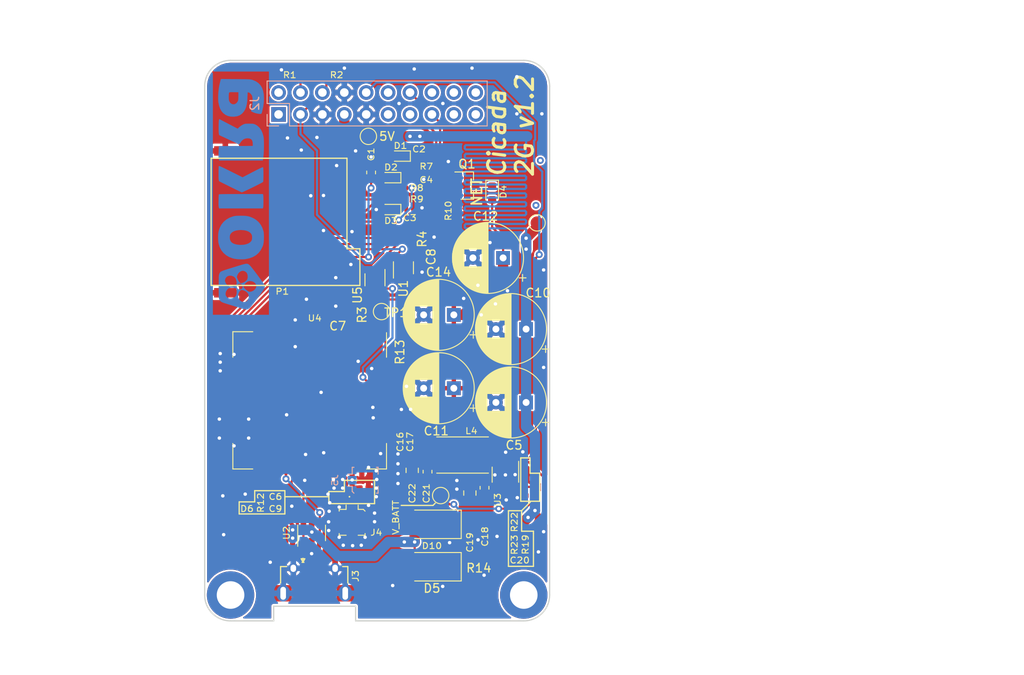
<source format=kicad_pcb>
(kicad_pcb (version 20171130) (host pcbnew 5.1.4-e60b266~84~ubuntu19.04.1)
  (title_block (title "Cicada 4G") (date 2019-04-02) (rev 0.1) (company "Alexey Zaytsev / Okra Solar"))
  (layers (0 F.Cu signal) (31 B.Cu signal) (34 B.Paste user) (35 F.Paste user hide) (36 B.SilkS user) (37 F.SilkS user) (38 B.Mask user) (39 F.Mask user) (44 Edge.Cuts user))
  (net 0 "")
  (net 1 GND)
  (net 2 /SIM_VCC)
  (net 3 /SIM_RST)
  (net 4 /SIM_CLK)
  (net 5 /SIM_IO)
  (net 6 /V_BATT)
  (net 7 /MAIN_ANT)
  (net 8 "Net-(C9-Pad1)")
  (net 9 /5v)
  (net 10 /FB)
  (net 11 "Net-(D1-Pad1)")
  (net 12 "Net-(D2-Pad1)")
  (net 13 "Net-(D3-Pad1)")
  (net 14 "Net-(D4-Pad1)")
  (net 15 /nRST)
  (net 16 "Net-(J3-Pad4)")
  (net 17 /VBUS)
  (net 18 "Net-(L4-Pad1)")
  (net 19 "Net-(P1-Pad6)")
  (net 20 "Net-(Q1-Pad1)")
  (net 21 /UART_RX_3v3)
  (net 22 /UART_TX_3v3)
  (net 23 /SPI_MISO_3v3)
  (net 24 /SPI_MOSI_3v3)
  (net 25 /SPI_CLK_3v3)
  (net 26 /nCS_3G_3v3)
  (net 27 /VER_1)
  (net 28 /3v3)
  (net 29 /VER_2)
  (net 30 /POWER)
  (net 31 /nCS_WIFI)
  (net 32 /D_P)
  (net 33 /D_N)
  (net 34 "Net-(H1-Pad1)")
  (net 35 "Net-(H2-Pad1)")
  (net 36 /UART_TX_2v8)
  (net 37 /2v8)
  (net 38 /UART_RX_2v8)
  (net 39 "Net-(U4-Pad38)")
  (net 40 "Net-(U4-Pad29)")
  (net 41 "Net-(U4-Pad23)")
  (net 42 "Net-(U4-Pad22)")
  (net 43 "Net-(U4-Pad20)")
  (net 44 "Net-(U4-Pad14)")
  (net 45 "Net-(U4-Pad12)")
  (net 46 "Net-(U4-Pad11)")
  (net 47 "Net-(U4-Pad10)")
  (net 48 "Net-(U4-Pad9)")
  (net 49 "Net-(U4-Pad7)")
  (net 50 "Net-(U4-Pad6)")
  (net 51 "Net-(U4-Pad5)")
  (net 52 "Net-(U4-Pad4)")
  (net 53 "Net-(U4-Pad3)")
  (net 54 "Net-(D5-Pad1)")
  (net 55 "Net-(J2-Pad1)")
  (net 56 "Net-(J2-Pad2)")
  (net 57 "Net-(J2-Pad19)")
  (net 58 "Net-(J2-Pad20)")
  (net 59 "Net-(Q1-Pad2)")
  (net 60 "Net-(R3-Pad1)")
  (net 61 "Net-(R4-Pad2)")
  (net 62 "Net-(R13-Pad1)")
  (net 63 "Net-(TP1-Pad1)")
  (module Resistor_SMD:R_0402_1005Metric (layer F.Cu) (at 140.398 77.319 270)
    (fp_text reference R10 (at 0.127 1.143 90) (layer F.SilkS) (effects (font (size 0.7 0.8) (thickness 0.12))))
    (fp_text value 330R)
    (pad 2 smd roundrect (at 0.485 0 270) (size 0.59 0.64) (layers F.Cu F.Paste F.Mask) (net 1 GND))
    (pad 1 smd roundrect (at -0.485 0 270) (size 0.59 0.64) (layers F.Cu F.Paste F.Mask) (net 59 "Net-(Q1-Pad2)"))
  )
  (module Resistor_SMD:R_0402_1005Metric (layer F.Cu) (at 134.81 93.829 90)
    (fp_text reference R13 (at 0 -1.17 90) (layer F.SilkS))
    (fp_text value 0R)
    (pad 2 smd roundrect (at 0.485 0 90) (size 0.59 0.64) (layers F.Cu F.Paste F.Mask) (net 1 GND))
    (pad 1 smd roundrect (at -0.485 0 90) (size 0.59 0.64) (layers F.Cu F.Paste F.Mask) (net 62 "Net-(R13-Pad1)"))
  )
  (module TestPoint:TestPoint_Pad_D1.5mm (layer F.Cu) (at 149.542 78.843)
    (fp_text reference " " (at 0.381 -1.651) (layer F.SilkS))
    (fp_text value TestPoint)
    (pad 1 smd circle (at 0 0) (size 1.5 1.5) (layers F.Cu F.Mask) (net 9 /5v))
  )
  (module MountingHole:MountingHole_3.2mm_M3_ISO14580_Pad (layer F.Cu) (at 148 122)
    (fp_text reference H2 hide)
    (fp_text value MountingHole_Pad)
    (pad 1 thru_hole circle (at 0 0) (size 5.5 5.5) (drill 3.2) (layers *.Cu *.Mask) (net 35 "Net-(H2-Pad1)"))
  )
  (module MountingHole:MountingHole_3.2mm_M3_ISO14580_Pad (layer F.Cu) (at 114 122)
    (fp_text reference H1 hide)
    (fp_text value MountingHole_Pad)
    (pad 1 thru_hole circle (at 0 0) (size 5.5 5.5) (drill 3.2) (layers *.Cu *.Mask) (net 34 "Net-(H1-Pad1)"))
  )
  (module Capacitor_SMD:C_0402_1005Metric (layer F.Cu) (at 134.75 102.2 90)
    (fp_text reference C17 (at -2.043 0.06 90) (layer F.SilkS) (effects (font (size 0.7 0.8) (thickness 0.12))))
    (fp_text value "100pF C0G")
    (pad 2 smd roundrect (at 0.485 0 90) (size 0.59 0.64) (layers F.Cu F.Paste F.Mask) (net 1 GND))
    (pad 1 smd roundrect (at -0.485 0 90) (size 0.59 0.64) (layers F.Cu F.Paste F.Mask) (net 6 /V_BATT))
  )
  (module Capacitor_SMD:C_0402_1005Metric (layer F.Cu) (at 133.8 102.2 90)
    (fp_text reference C16 (at -2.043 -0.133 90) (layer F.SilkS) (effects (font (size 0.7 0.8) (thickness 0.12))))
    (fp_text value "33pF C0G")
    (pad 2 smd roundrect (at 0.485 0 90) (size 0.59 0.64) (layers F.Cu F.Paste F.Mask) (net 1 GND))
    (pad 1 smd roundrect (at -0.485 0 90) (size 0.59 0.64) (layers F.Cu F.Paste F.Mask) (net 6 /V_BATT))
  )
  (module Capacitor_SMD:C_0402_1005Metric (layer F.Cu) (at 129.505 110.6)
    (fp_text reference C9 (at -10.305 1.4) (layer F.SilkS) (effects (font (size 0.7 0.8) (thickness 0.12))))
    (fp_text value DNP)
    (pad 2 smd roundrect (at 0.485 0) (size 0.59 0.64) (layers F.Cu F.Paste F.Mask) (net 1 GND))
    (pad 1 smd roundrect (at -0.485 0) (size 0.59 0.64) (layers F.Cu F.Paste F.Mask) (net 8 "Net-(C9-Pad1)"))
  )
  (module Capacitor_SMD:C_0402_1005Metric (layer F.Cu) (at 129.505 109.6)
    (fp_text reference C6 (at -10.305 1) (layer F.SilkS) (effects (font (size 0.7 0.8) (thickness 0.12))))
    (fp_text value DNP)
    (pad 2 smd roundrect (at 0.485 0) (size 0.59 0.64) (layers F.Cu F.Paste F.Mask) (net 1 GND))
    (pad 1 smd roundrect (at -0.485 0) (size 0.59 0.64) (layers F.Cu F.Paste F.Mask) (net 7 /MAIN_ANT))
  )
  (module Resistor_SMD:R_0402_1005Metric (layer F.Cu) (at 128.1 110.12 90)
    (fp_text reference R12 (at -1.18 -10.6 270) (layer F.SilkS) (effects (font (size 0.7 0.8) (thickness 0.12))))
    (fp_text value 0R)
    (pad 2 smd roundrect (at 0.485 0 90) (size 0.59 0.64) (layers F.Cu F.Paste F.Mask) (net 7 /MAIN_ANT))
    (pad 1 smd roundrect (at -0.485 0 90) (size 0.59 0.64) (layers F.Cu F.Paste F.Mask) (net 8 "Net-(C9-Pad1)"))
  )
  (module RF_GSM:SIMCom_SIM800C (layer F.Cu) (at 123.175 99.425 270)
    (fp_text reference U4 (at -9.533 -0.586) (layer F.SilkS) (effects (font (size 0.7 0.8) (thickness 0.12))))
    (fp_text value SIM800C)
    (pad 42 smd oval (at -4.4 -8.8 270) (size 0.6 1.6) (layers F.Cu F.Paste F.Mask) (net 63 "Net-(TP1-Pad1)"))
    (pad 41 smd oval (at -3.3 -8.8 270) (size 0.6 1.6) (layers F.Cu F.Paste F.Mask) (net 20 "Net-(Q1-Pad1)"))
    (pad 40 smd oval (at -2.2 -8.8 270) (size 0.6 1.6) (layers F.Cu F.Paste F.Mask) (net 37 /2v8))
    (pad 39 smd oval (at -1.1 -8.8 270) (size 0.6 1.6) (layers F.Cu F.Paste F.Mask) (net 62 "Net-(R13-Pad1)"))
    (pad 38 smd oval (at 0 -8.8 270) (size 0.6 1.6) (layers F.Cu F.Paste F.Mask) (net 39 "Net-(U4-Pad38)"))
    (pad 37 smd oval (at 1.1 -8.8 270) (size 0.6 1.6) (layers F.Cu F.Paste F.Mask) (net 1 GND))
    (pad 36 smd oval (at 2.2 -8.8 270) (size 0.6 1.6) (layers F.Cu F.Paste F.Mask) (net 1 GND))
    (pad 35 smd oval (at 3.3 -8.8 270) (size 0.6 1.6) (layers F.Cu F.Paste F.Mask) (net 6 /V_BATT))
    (pad 34 smd oval (at 4.4 -8.8 270) (size 0.6 1.6) (layers F.Cu F.Paste F.Mask) (net 6 /V_BATT))
    (pad 33 smd oval (at 7.85 -6.05 270) (size 1.6 0.6) (layers F.Cu F.Paste F.Mask) (net 1 GND))
    (pad 32 smd oval (at 7.85 -4.95 270) (size 1.6 0.6) (layers F.Cu F.Paste F.Mask) (net 7 /MAIN_ANT))
    (pad 31 smd oval (at 7.85 -3.85 270) (size 1.6 0.6) (layers F.Cu F.Paste F.Mask) (net 1 GND))
    (pad 30 smd oval (at 7.85 -2.75 270) (size 1.6 0.6) (layers F.Cu F.Paste F.Mask) (net 1 GND))
    (pad 29 smd oval (at 7.85 -1.65 270) (size 1.6 0.6) (layers F.Cu F.Paste F.Mask) (net 40 "Net-(U4-Pad29)"))
    (pad 28 smd oval (at 7.85 -0.55 270) (size 1.6 0.6) (layers F.Cu F.Paste F.Mask) (net 6 /V_BATT))
    (pad 27 smd oval (at 7.85 0.55 270) (size 1.6 0.6) (layers F.Cu F.Paste F.Mask) (net 1 GND))
    (pad 26 smd oval (at 7.85 1.65 270) (size 1.6 0.6) (layers F.Cu F.Paste F.Mask) (net 33 /D_N))
    (pad 25 smd oval (at 7.85 2.75 270) (size 1.6 0.6) (layers F.Cu F.Paste F.Mask) (net 32 /D_P))
    (pad 24 smd oval (at 7.85 3.85 270) (size 1.6 0.6) (layers F.Cu F.Paste F.Mask) (net 17 /VBUS))
    (pad 23 smd oval (at 7.85 4.95 270) (size 1.6 0.6) (layers F.Cu F.Paste F.Mask) (net 41 "Net-(U4-Pad23)"))
    (pad 22 smd oval (at 7.85 6.05 270) (size 1.6 0.6) (layers F.Cu F.Paste F.Mask) (net 42 "Net-(U4-Pad22)"))
    (pad 21 smd oval (at 4.4 8.8 270) (size 0.6 1.6) (layers F.Cu F.Paste F.Mask) (net 1 GND))
    (pad 20 smd oval (at 3.3 8.8 270) (size 0.6 1.6) (layers F.Cu F.Paste F.Mask) (net 43 "Net-(U4-Pad20)"))
    (pad 19 smd oval (at 2.2 8.8 270) (size 0.6 1.6) (layers F.Cu F.Paste F.Mask) (net 1 GND))
    (pad 18 smd oval (at 1.1 8.8 270) (size 0.6 1.6) (layers F.Cu F.Paste F.Mask) (net 2 /SIM_VCC))
    (pad 17 smd oval (at 0 8.8 270) (size 0.6 1.6) (layers F.Cu F.Paste F.Mask) (net 3 /SIM_RST))
    (pad 16 smd oval (at -1.1 8.8 270) (size 0.6 1.6) (layers F.Cu F.Paste F.Mask) (net 4 /SIM_CLK))
    (pad 15 smd oval (at -2.2 8.8 270) (size 0.6 1.6) (layers F.Cu F.Paste F.Mask) (net 5 /SIM_IO))
    (pad 14 smd oval (at -3.3 8.8 270) (size 0.6 1.6) (layers F.Cu F.Paste F.Mask) (net 44 "Net-(U4-Pad14)"))
    (pad 13 smd oval (at -4.4 8.8 270) (size 0.6 1.6) (layers F.Cu F.Paste F.Mask) (net 1 GND))
    (pad 12 smd oval (at -7.85 6.05 270) (size 1.6 0.6) (layers F.Cu F.Paste F.Mask) (net 45 "Net-(U4-Pad12)"))
    (pad 11 smd oval (at -7.85 4.95 270) (size 1.6 0.6) (layers F.Cu F.Paste F.Mask) (net 46 "Net-(U4-Pad11)"))
    (pad 10 smd oval (at -7.85 3.85 270) (size 1.6 0.6) (layers F.Cu F.Paste F.Mask) (net 47 "Net-(U4-Pad10)"))
    (pad 9 smd oval (at -7.85 2.75 270) (size 1.6 0.6) (layers F.Cu F.Paste F.Mask) (net 48 "Net-(U4-Pad9)"))
    (pad 8 smd oval (at -7.85 1.65 270) (size 1.6 0.6) (layers F.Cu F.Paste F.Mask) (net 1 GND))
    (pad 7 smd oval (at -7.85 0.55 270) (size 1.6 0.6) (layers F.Cu F.Paste F.Mask) (net 49 "Net-(U4-Pad7)"))
    (pad 6 smd oval (at -7.85 -0.55 270) (size 1.6 0.6) (layers F.Cu F.Paste F.Mask) (net 50 "Net-(U4-Pad6)"))
    (pad 5 smd oval (at -7.85 -1.65 270) (size 1.6 0.6) (layers F.Cu F.Paste F.Mask) (net 51 "Net-(U4-Pad5)"))
    (pad 4 smd oval (at -7.85 -2.75 270) (size 1.6 0.6) (layers F.Cu F.Paste F.Mask) (net 52 "Net-(U4-Pad4)"))
    (pad 3 smd oval (at -7.85 -3.85 270) (size 1.6 0.6) (layers F.Cu F.Paste F.Mask) (net 53 "Net-(U4-Pad3)"))
    (pad 2 smd oval (at -7.85 -4.95 270) (size 1.6 0.6) (layers F.Cu F.Paste F.Mask) (net 38 /UART_RX_2v8))
    (pad 1 smd oval (at -7.85 -6.05 270) (size 1.6 0.6) (layers F.Cu F.Paste F.Mask) (net 36 /UART_TX_2v8))
  )
  (module Connector_Coaxial:U.FL_Molex_MCRF_73412-0110_Vertical (layer B.Cu) (at 129.61 108.69 90)
    (fp_text reference J5 (at 0 -3.5 90) (layer B.SilkS) (effects (font (size 0.7 0.8) (thickness 0.12)) (justify mirror)))
    (fp_text value IPX)
    (pad 1 smd rect (at 0 -1.5 90) (size 1 1) (layers B.Cu B.Paste B.Mask) (net 7 /MAIN_ANT))
    (pad 2 smd rect (at 0 1.5 90) (size 1 1) (layers B.Cu B.Paste B.Mask) (net 1 GND))
    (pad 2 smd rect (at 1.475 0 90) (size 1.05 2.2) (layers B.Cu B.Paste B.Mask) (net 1 GND))
    (pad 2 smd rect (at -1.475 0 90) (size 1.05 2.2) (layers B.Cu B.Paste B.Mask) (net 1 GND))
  )
  (module Connector_Coaxial:U.FL_Molex_MCRF_73412-0110_Vertical (layer F.Cu) (at 128.1 113.57 180)
    (fp_text reference J4 (at -2.8 -1.18 180) (layer F.SilkS) (effects (font (size 0.7 0.8) (thickness 0.12))))
    (fp_text value IPX)
    (pad 1 smd rect (at 0 1.5 180) (size 1 1) (layers F.Cu F.Paste F.Mask) (net 8 "Net-(C9-Pad1)"))
    (pad 2 smd rect (at 0 -1.5 180) (size 1 1) (layers F.Cu F.Paste F.Mask) (net 1 GND))
    (pad 2 smd rect (at 1.475 0 180) (size 1.05 2.2) (layers F.Cu F.Paste F.Mask) (net 1 GND))
    (pad 2 smd rect (at -1.475 0 180) (size 1.05 2.2) (layers F.Cu F.Paste F.Mask) (net 1 GND))
  )
  (module Diode_SMD:D_SMA (layer F.Cu) (at 137.35 113.8 180)
    (fp_text reference D10 (at 0 -2.5 180) (layer F.SilkS) (effects (font (size 0.7 0.8) (thickness 0.12))))
    (fp_text value SS14)
    (pad 2 smd rect (at 2 0 180) (size 2.5 1.8) (layers F.Cu F.Paste F.Mask) (net 17 /VBUS))
    (pad 1 smd rect (at -2 0 180) (size 2.5 1.8) (layers F.Cu F.Paste F.Mask) (net 9 /5v))
  )
  (module cicada-footprints:ZX62D-B-5PA8 (layer F.Cu) (at 123.7 121.8)
    (fp_text reference J3 (at 4.8 -2 90) (layer F.SilkS) (effects (font (size 0.7 0.8) (thickness 0.12))))
    (fp_text value USB_OTG hide)
    (fp_text user 1 (at -1.3 -3.8) (layer F.SilkS) (effects (font (size 0.5 0.5) (thickness 0.1))))
    (pad 6 thru_hole oval (at 2.425 -2.9) (size 1.05 1.25) (drill oval 0.65 0.85) (layers *.Cu *.Mask) (net 1 GND))
    (pad 6 thru_hole oval (at -2.425 -2.9) (size 1.05 1.25) (drill oval 0.65 0.85) (layers *.Cu *.Mask) (net 1 GND))
    (pad 5 smd rect (at 1.3 -2.675) (size 0.4 1.35) (layers F.Cu F.Paste F.Mask) (net 1 GND))
    (pad 4 smd rect (at 0.65 -2.675) (size 0.4 1.35) (layers F.Cu F.Paste F.Mask) (net 16 "Net-(J3-Pad4)"))
    (pad 3 smd rect (at 0 -2.675) (size 0.4 1.35) (layers F.Cu F.Paste F.Mask) (net 32 /D_P))
    (pad 2 smd rect (at -0.65 -2.675) (size 0.4 1.35) (layers F.Cu F.Paste F.Mask) (net 33 /D_N))
    (pad 1 smd rect (at -1.3 -2.675) (size 0.4 1.35) (layers F.Cu F.Paste F.Mask) (net 17 /VBUS))
    (pad 6 smd rect (at 4.575 0) (size 0.25 1.4) (layers F.Cu F.Paste F.Mask) (net 1 GND))
    (pad 6 smd rect (at -4.575 0) (size 0.25 1.4) (layers F.Cu F.Paste F.Mask) (net 1 GND))
    (pad 6 smd rect (at 3.525 0) (size 1.85 1.9) (layers F.Cu F.Paste F.Mask) (net 1 GND))
    (pad 6 smd rect (at -3.525 0) (size 1.85 1.9) (layers F.Cu F.Paste F.Mask) (net 1 GND))
    (pad 6 smd circle (at 4.45 0.7) (size 0.5 0.5) (layers F.Cu F.Paste F.Mask) (net 1 GND))
    (pad 6 smd circle (at 4.45 -0.7) (size 0.5 0.5) (layers F.Cu F.Paste F.Mask) (net 1 GND))
    (pad 6 smd circle (at -4.45 0.7) (size 0.5 0.5) (layers F.Cu F.Paste F.Mask) (net 1 GND))
    (pad 6 smd circle (at -4.45 -0.7) (size 0.5 0.5) (layers F.Cu F.Paste F.Mask) (net 1 GND))
    (pad 6 thru_hole oval (at 3.6 0) (size 1.524 1.9) (drill oval 0.65 1.5) (layers *.Cu *.Mask) (net 1 GND))
    (pad 6 smd rect (at 1.15 0) (size 1.8 1.9) (layers F.Cu F.Paste F.Mask) (net 1 GND))
    (pad 6 smd rect (at -1.15 0) (size 1.8 1.9) (layers F.Cu F.Paste F.Mask) (net 1 GND))
    (pad 6 thru_hole oval (at -3.6 0) (size 1.524 1.9) (drill oval 0.65 1.5) (layers *.Cu *.Mask) (net 1 GND))
  )
  (module Resistor_SMD:R_0402_1005Metric (layer F.Cu) (at 148.15 108.975 270)
    (fp_text reference R23 (at 7.2 1.225 270) (layer F.SilkS) (effects (font (size 0.7 0.8) (thickness 0.12))))
    (fp_text value 6.98k)
    (pad 2 smd roundrect (at 0.485 0 270) (size 0.59 0.64) (layers F.Cu F.Paste F.Mask) (net 10 /FB))
    (pad 1 smd roundrect (at -0.485 0 270) (size 0.59 0.64) (layers F.Cu F.Paste F.Mask) (net 1 GND))
  )
  (module Resistor_SMD:R_0402_1005Metric (layer F.Cu) (at 148.15 107.075 270)
    (fp_text reference R22 (at 6.475 1.225 270) (layer F.SilkS) (effects (font (size 0.7 0.8) (thickness 0.12))))
    (fp_text value 40.2k)
    (pad 2 smd roundrect (at 0.485 0 270) (size 0.59 0.64) (layers F.Cu F.Paste F.Mask) (net 1 GND))
    (pad 1 smd roundrect (at -0.485 0 270) (size 0.59 0.64) (layers F.Cu F.Paste F.Mask) (net 30 /POWER))
  )
  (module Resistor_SMD:R_0402_1005Metric (layer F.Cu) (at 149.197246 108.975 90)
    (fp_text reference R19 (at -7.175 -0.997246 90) (layer F.SilkS) (effects (font (size 0.7 0.8) (thickness 0.12))))
    (fp_text value 40.2k)
    (pad 2 smd roundrect (at 0.485 0 90) (size 0.59 0.64) (layers F.Cu F.Paste F.Mask) (net 6 /V_BATT))
    (pad 1 smd roundrect (at -0.485 0 90) (size 0.59 0.64) (layers F.Cu F.Paste F.Mask) (net 10 /FB))
  )
  (module Resistor_SMD:R_0402_1005Metric (layer F.Cu) (at 133.8 76.1 180)
    (fp_text reference R9 (at -1.8 0 180) (layer F.SilkS) (effects (font (size 0.7 0.8) (thickness 0.12))))
    (fp_text value 22R)
    (pad 2 smd roundrect (at 0.485 0 180) (size 0.59 0.64) (layers F.Cu F.Paste F.Mask) (net 13 "Net-(D3-Pad1)"))
    (pad 1 smd roundrect (at -0.485 0 180) (size 0.59 0.64) (layers F.Cu F.Paste F.Mask) (net 4 /SIM_CLK))
  )
  (module Resistor_SMD:R_0402_1005Metric (layer F.Cu) (at 133.8 74.8 180)
    (fp_text reference R8 (at -1.8 0 180) (layer F.SilkS) (effects (font (size 0.7 0.8) (thickness 0.12))))
    (fp_text value 22R)
    (pad 2 smd roundrect (at 0.485 0 180) (size 0.59 0.64) (layers F.Cu F.Paste F.Mask) (net 12 "Net-(D2-Pad1)"))
    (pad 1 smd roundrect (at -0.485 0 180) (size 0.59 0.64) (layers F.Cu F.Paste F.Mask) (net 5 /SIM_IO))
  )
  (module Resistor_SMD:R_0402_1005Metric (layer F.Cu) (at 134.9 72.3 180)
    (fp_text reference R7 (at -1.8 0 180) (layer F.SilkS) (effects (font (size 0.7 0.8) (thickness 0.12))))
    (fp_text value 22R)
    (pad 2 smd roundrect (at 0.485 0 180) (size 0.59 0.64) (layers F.Cu F.Paste F.Mask) (net 11 "Net-(D1-Pad1)"))
    (pad 1 smd roundrect (at -0.485 0 180) (size 0.59 0.64) (layers F.Cu F.Paste F.Mask) (net 3 /SIM_RST))
  )
  (module Resistor_SMD:R_0402_1005Metric (layer F.Cu) (at 124.627 61.698)
    (fp_text reference R2 (at 1.674 0) (layer F.SilkS) (effects (font (size 0.7 0.8) (thickness 0.12))))
    (fp_text value 150k)
    (pad 2 smd roundrect (at 0.485 0) (size 0.59 0.64) (layers F.Cu F.Paste F.Mask) (net 29 /VER_2))
    (pad 1 smd roundrect (at -0.485 0) (size 0.59 0.64) (layers F.Cu F.Paste F.Mask) (net 28 /3v3))
  )
  (module Resistor_SMD:R_0402_1005Metric (layer F.Cu) (at 122.641 61.698 180)
    (fp_text reference R1 (at 1.778 0) (layer F.SilkS) (effects (font (size 0.7 0.8) (thickness 0.12))))
    (fp_text value 150k)
    (pad 2 smd roundrect (at 0.485 0 180) (size 0.59 0.64) (layers F.Cu F.Paste F.Mask) (net 27 /VER_1))
    (pad 1 smd roundrect (at -0.485 0 180) (size 0.59 0.64) (layers F.Cu F.Paste F.Mask) (net 28 /3v3))
  )
  (module Package_TO_SOT_SMD:TSOT-23-5 (layer F.Cu) (at 145.89725 108.043971 270)
    (fp_text reference U3 (at 2.930029 0.92225 270) (layer F.SilkS) (effects (font (size 0.7 0.8) (thickness 0.12))))
    (fp_text value M3406-ADJ)
    (pad 5 smd rect (at 1.31 -0.95 270) (size 1.22 0.65) (layers F.Cu F.Paste F.Mask) (net 10 /FB))
    (pad 4 smd rect (at 1.31 0.95 270) (size 1.22 0.65) (layers F.Cu F.Paste F.Mask) (net 9 /5v))
    (pad 3 smd rect (at -1.31 0.95 270) (size 1.22 0.65) (layers F.Cu F.Paste F.Mask) (net 18 "Net-(L4-Pad1)"))
    (pad 2 smd rect (at -1.31 0 270) (size 1.22 0.65) (layers F.Cu F.Paste F.Mask) (net 1 GND))
    (pad 1 smd rect (at -1.31 -0.95 270) (size 1.22 0.65) (layers F.Cu F.Paste F.Mask) (net 30 /POWER))
  )
  (module Package_TO_SOT_SMD:SOT-23-6 (layer F.Cu) (at 123.4 114.8 90)
    (fp_text reference U2 (at 0 -2.9 90) (layer F.SilkS) (effects (font (size 0.7 0.8) (thickness 0.12))))
    (fp_text value USBLC6-2SC6)
    (pad 5 smd rect (at 1.1 0 90) (size 1.06 0.65) (layers F.Cu F.Paste F.Mask) (net 17 /VBUS))
    (pad 6 smd rect (at 1.1 -0.95 90) (size 1.06 0.65) (layers F.Cu F.Paste F.Mask) (net 33 /D_N))
    (pad 4 smd rect (at 1.1 0.95 90) (size 1.06 0.65) (layers F.Cu F.Paste F.Mask) (net 32 /D_P))
    (pad 3 smd rect (at -1.1 0.95 90) (size 1.06 0.65) (layers F.Cu F.Paste F.Mask) (net 32 /D_P))
    (pad 2 smd rect (at -1.1 0 90) (size 1.06 0.65) (layers F.Cu F.Paste F.Mask) (net 1 GND))
    (pad 1 smd rect (at -1.1 -0.95 90) (size 1.06 0.65) (layers F.Cu F.Paste F.Mask) (net 33 /D_N))
  )
  (module sk-c793:SK-C793 (layer F.Cu) (at 120 78.6 270)
    (fp_text reference P1 (at 8.2 0 180) (layer F.SilkS) (effects (font (size 0.7 0.8) (thickness 0.12))))
    (fp_text value SK-C793)
    (pad 11 smd rect (at -8.1 -6.075 270) (size 1.1 2.6) (layers F.Cu F.Paste F.Mask) (net 1 GND))
    (pad 10 smd rect (at -8.1 6.605 270) (size 1.1 2.6) (layers F.Cu F.Paste F.Mask) (net 1 GND))
    (pad 9 smd rect (at 8.35 6.605 270) (size 1.1 2.6) (layers F.Cu F.Paste F.Mask) (net 1 GND))
    (pad 8 smd rect (at 8.35 -6.075 270) (size 1.1 2.6) (layers F.Cu F.Paste F.Mask) (net 1 GND))
    (pad 3 smd rect (at 0.1 -8.5 270) (size 0.9 1.35) (layers F.Cu F.Paste F.Mask) (net 13 "Net-(D3-Pad1)"))
    (pad 7 smd rect (at -1.17 -8.5 270) (size 0.9 1.35) (layers F.Cu F.Paste F.Mask) (net 12 "Net-(D2-Pad1)"))
    (pad 2 smd rect (at -2.44 -8.5 270) (size 0.9 1.35) (layers F.Cu F.Paste F.Mask) (net 11 "Net-(D1-Pad1)"))
    (pad 6 smd rect (at -3.71 -8.5 270) (size 0.9 1.35) (layers F.Cu F.Paste F.Mask) (net 19 "Net-(P1-Pad6)"))
    (pad 1 smd rect (at -4.98 -8.5 270) (size 0.9 1.35) (layers F.Cu F.Paste F.Mask) (net 2 /SIM_VCC))
    (pad 5 smd rect (at -6.25 -8.5 270) (size 0.9 1.35) (layers F.Cu F.Paste F.Mask) (net 1 GND))
  )
  (module Inductor_SMD:L_Taiyo-Yuden_NR-40xx_HandSoldering (layer F.Cu) (at 140.906 105.767 180)
    (fp_text reference L4 (at -1.016 2.794 180) (layer F.SilkS) (effects (font (size 0.7 0.8) (thickness 0.12))))
    (fp_text value "3.3uH 1A")
    (pad 2 smd rect (at 1.9 0 180) (size 2.2 3.9) (layers F.Cu F.Paste F.Mask) (net 6 /V_BATT))
    (pad 1 smd rect (at -1.9 0 180) (size 2.2 3.9) (layers F.Cu F.Paste F.Mask) (net 18 "Net-(L4-Pad1)"))
  )
  (module Diode_SMD:D_0402_1005Metric (layer F.Cu) (at 126.7 110.6 180)
    (fp_text reference D6 (at 10.8 -1.4 180) (layer F.SilkS) (effects (font (size 0.7 0.8) (thickness 0.12))))
    (fp_text value TVS)
    (pad 2 smd roundrect (at 0.485 0 180) (size 0.59 0.64) (layers F.Cu F.Paste F.Mask) (net 1 GND))
    (pad 1 smd roundrect (at -0.485 0 180) (size 0.59 0.64) (layers F.Cu F.Paste F.Mask) (net 8 "Net-(C9-Pad1)"))
  )
  (module Diode_SMD:D_0603_1608Metric (layer F.Cu) (at 144.335 75.3885 270)
    (fp_text reference D4 (at -0.152929 -1.291091 270) (layer F.SilkS) (effects (font (size 0.7 0.8) (thickness 0.12))))
    (fp_text value LED_B)
    (pad 2 smd roundrect (at 0.7875 0 270) (size 0.875 0.95) (layers F.Cu F.Paste F.Mask) (net 6 /V_BATT))
    (pad 1 smd roundrect (at -0.7875 0 270) (size 0.875 0.95) (layers F.Cu F.Paste F.Mask) (net 14 "Net-(D4-Pad1)"))
  )
  (module Diode_SMD:D_SOD-523 (layer F.Cu) (at 132.6 77.3 180)
    (fp_text reference D3 (at 0 -1.3 180) (layer F.SilkS) (effects (font (size 0.7 0.8) (thickness 0.12))))
    (fp_text value TVS)
    (pad 1 smd rect (at -0.7 0) (size 0.6 0.7) (layers F.Cu F.Paste F.Mask) (net 13 "Net-(D3-Pad1)"))
    (pad 2 smd rect (at 0.7 0) (size 0.6 0.7) (layers F.Cu F.Paste F.Mask) (net 1 GND))
  )
  (module Diode_SMD:D_SOD-523 (layer F.Cu) (at 132.6 73.6 180)
    (fp_text reference D2 (at 0 1.2 180) (layer F.SilkS) (effects (font (size 0.7 0.8) (thickness 0.12))))
    (fp_text value TVS)
    (pad 1 smd rect (at -0.7 0) (size 0.6 0.7) (layers F.Cu F.Paste F.Mask) (net 12 "Net-(D2-Pad1)"))
    (pad 2 smd rect (at 0.7 0) (size 0.6 0.7) (layers F.Cu F.Paste F.Mask) (net 1 GND))
  )
  (module Diode_SMD:D_SOD-523 (layer F.Cu) (at 133.7 71.1 180)
    (fp_text reference D1 (at 0 1.2 180) (layer F.SilkS) (effects (font (size 0.7 0.8) (thickness 0.12))))
    (fp_text value TVS)
    (pad 1 smd rect (at -0.7 0) (size 0.6 0.7) (layers F.Cu F.Paste F.Mask) (net 11 "Net-(D1-Pad1)"))
    (pad 2 smd rect (at 0.7 0) (size 0.6 0.7) (layers F.Cu F.Paste F.Mask) (net 1 GND))
  )
  (module Capacitor_SMD:C_0805_2012Metric (layer F.Cu) (at 135.064 107.545 90)
    (fp_text reference C22 (at -2.667 0 90) (layer F.SilkS) (effects (font (size 0.7 0.8) (thickness 0.12))))
    (fp_text value "22uF 16v X5R")
    (pad 2 smd roundrect (at 0.9375 0 90) (size 0.975 1.4) (layers F.Cu F.Paste F.Mask) (net 6 /V_BATT))
    (pad 1 smd roundrect (at -0.9375 0 90) (size 0.975 1.4) (layers F.Cu F.Paste F.Mask) (net 1 GND))
  )
  (module Capacitor_SMD:C_0603_1608Metric (layer F.Cu) (at 136.842 107.6975 270)
    (fp_text reference C21 (at 2.5145 0.127 270) (layer F.SilkS) (effects (font (size 0.7 0.8) (thickness 0.12))))
    (fp_text value "0.1uF 50v X5R")
    (pad 2 smd roundrect (at 0.7875 0 270) (size 0.875 0.95) (layers F.Cu F.Paste F.Mask) (net 1 GND))
    (pad 1 smd roundrect (at -0.7875 0 270) (size 0.875 0.95) (layers F.Cu F.Paste F.Mask) (net 6 /V_BATT))
  )
  (module Capacitor_SMD:C_0402_1005Metric (layer F.Cu) (at 148.75 110.475 180)
    (fp_text reference C20 (at 1.225 -7.5 180) (layer F.SilkS) (effects (font (size 0.7 0.8) (thickness 0.12))))
    (fp_text value "100pF C0G")
    (pad 2 smd roundrect (at 0.485 0 180) (size 0.59 0.64) (layers F.Cu F.Paste F.Mask) (net 10 /FB))
    (pad 1 smd roundrect (at -0.485 0 180) (size 0.59 0.64) (layers F.Cu F.Paste F.Mask) (net 6 /V_BATT))
  )
  (module Capacitor_SMD:C_0805_2012Metric (layer F.Cu) (at 141.75 110.175 270)
    (fp_text reference C19 (at 5.725 0 270) (layer F.SilkS) (effects (font (size 0.7 0.8) (thickness 0.12))))
    (fp_text value "22uF 16v X5R")
    (pad 2 smd roundrect (at 0.9375 0 270) (size 0.975 1.4) (layers F.Cu F.Paste F.Mask) (net 9 /5v))
    (pad 1 smd roundrect (at -0.9375 0 270) (size 0.975 1.4) (layers F.Cu F.Paste F.Mask) (net 1 GND))
  )
  (module Capacitor_SMD:C_0603_1608Metric (layer F.Cu) (at 143.45 109.5625 90)
    (fp_text reference C18 (at -5.6625 0.05 90) (layer F.SilkS) (effects (font (size 0.7 0.8) (thickness 0.12))))
    (fp_text value "0.1uF 50v X5R")
    (pad 2 smd roundrect (at 0.7875 0 90) (size 0.875 0.95) (layers F.Cu F.Paste F.Mask) (net 1 GND))
    (pad 1 smd roundrect (at -0.7875 0 90) (size 0.875 0.95) (layers F.Cu F.Paste F.Mask) (net 9 /5v))
  )
  (module Capacitor_SMD:C_0402_1005Metric (layer F.Cu) (at 134.8 73.8 180)
    (fp_text reference C4 (at -1.9 -0.05 180) (layer F.SilkS) (effects (font (size 0.7 0.8) (thickness 0.12))))
    (fp_text value "33pF C0G")
    (pad 2 smd roundrect (at 0.485 0 180) (size 0.59 0.64) (layers F.Cu F.Paste F.Mask) (net 5 /SIM_IO))
    (pad 1 smd roundrect (at -0.485 0 180) (size 0.59 0.64) (layers F.Cu F.Paste F.Mask) (net 1 GND))
  )
  (module Capacitor_SMD:C_0402_1005Metric (layer F.Cu) (at 134.785 77.1 180)
    (fp_text reference C3 (at 0 -1.17 180) (layer F.SilkS) (effects (font (size 0.7 0.8) (thickness 0.12))))
    (fp_text value "33pF C0G")
    (pad 2 smd roundrect (at 0.485 0 180) (size 0.59 0.64) (layers F.Cu F.Paste F.Mask) (net 4 /SIM_CLK))
    (pad 1 smd roundrect (at -0.485 0 180) (size 0.59 0.64) (layers F.Cu F.Paste F.Mask) (net 1 GND))
  )
  (module Capacitor_SMD:C_0402_1005Metric (layer F.Cu) (at 135.885 71.3 180)
    (fp_text reference C2 (at 0.035 1 180) (layer F.SilkS) (effects (font (size 0.7 0.8) (thickness 0.12))))
    (fp_text value "33pF C0G")
    (pad 2 smd roundrect (at 0.485 0 180) (size 0.59 0.64) (layers F.Cu F.Paste F.Mask) (net 3 /SIM_RST))
    (pad 1 smd roundrect (at -0.485 0 180) (size 0.59 0.64) (layers F.Cu F.Paste F.Mask) (net 1 GND))
  )
  (module Capacitor_SMD:C_0603_1608Metric (layer F.Cu) (at 130.3 73 90)
    (fp_text reference C1 (at 2.1 0 90) (layer F.SilkS) (effects (font (size 0.7 0.8) (thickness 0.12))))
    (fp_text value "0.1uF 50v X5R")
    (pad 2 smd roundrect (at 0.7875 0 90) (size 0.875 0.95) (layers F.Cu F.Paste F.Mask) (net 1 GND))
    (pad 1 smd roundrect (at -0.7875 0 90) (size 0.875 0.95) (layers F.Cu F.Paste F.Mask) (net 2 /SIM_VCC))
  )
  (module Capacitor_THT:CP_Radial_D8.0mm_P3.50mm (layer F.Cu) (at 148.272 99.671 180)
    (fp_text reference C5 (at 1.397 -4.953) (layer F.SilkS))
    (fp_text value "1000uF 10v")
    (pad 2 thru_hole circle (at 3.5 0 180) (size 1.6 1.6) (drill 0.8) (layers *.Cu *.Mask) (net 1 GND))
    (pad 1 thru_hole rect (at 0 0 180) (size 1.6 1.6) (drill 0.8) (layers *.Cu *.Mask) (net 9 /5v))
  )
  (module Capacitor_SMD:C_0402_1005Metric (layer F.Cu) (at 126.428 89.638 180)
    (fp_text reference C7 (at 0 -1.17) (layer F.SilkS))
    (fp_text value DNP)
    (pad 2 smd roundrect (at 0.485 0 180) (size 0.59 0.64) (layers F.Cu F.Paste F.Mask) (net 1 GND))
    (pad 1 smd roundrect (at -0.485 0 180) (size 0.59 0.64) (layers F.Cu F.Paste F.Mask) (net 38 /UART_RX_2v8))
  )
  (module Capacitor_SMD:C_0402_1005Metric (layer F.Cu) (at 136.08 82.78 270)
    (fp_text reference C8 (at 0 -1.17 90) (layer F.SilkS))
    (fp_text value DNP)
    (pad 1 smd roundrect (at -0.485 0 270) (size 0.59 0.64) (layers F.Cu F.Paste F.Mask) (net 22 /UART_TX_3v3))
    (pad 2 smd roundrect (at 0.485 0 270) (size 0.59 0.64) (layers F.Cu F.Paste F.Mask) (net 1 GND))
  )
  (module Capacitor_THT:CP_Radial_D8.0mm_P3.50mm (layer F.Cu) (at 148.272 91.162 180)
    (fp_text reference C10 (at -1.397 4.191) (layer F.SilkS))
    (fp_text value "1000uF 10v")
    (pad 1 thru_hole rect (at 0 0 180) (size 1.6 1.6) (drill 0.8) (layers *.Cu *.Mask) (net 9 /5v))
    (pad 2 thru_hole circle (at 3.5 0 180) (size 1.6 1.6) (drill 0.8) (layers *.Cu *.Mask) (net 1 GND))
  )
  (module Capacitor_THT:CP_Radial_D8.0mm_P3.50mm (layer F.Cu) (at 139.89 98.02 180)
    (fp_text reference C11 (at 2.032 -4.953) (layer F.SilkS))
    (fp_text value "1000uF 10v")
    (pad 2 thru_hole circle (at 3.5 0 180) (size 1.6 1.6) (drill 0.8) (layers *.Cu *.Mask) (net 1 GND))
    (pad 1 thru_hole rect (at 0 0 180) (size 1.6 1.6) (drill 0.8) (layers *.Cu *.Mask) (net 6 /V_BATT))
  )
  (module Capacitor_THT:CP_Radial_D8.0mm_P3.50mm (layer F.Cu) (at 145.605 82.907 180)
    (fp_text reference C12 (at 2.032 4.826) (layer F.SilkS))
    (fp_text value "1000uF 10v")
    (pad 1 thru_hole rect (at 0 0 180) (size 1.6 1.6) (drill 0.8) (layers *.Cu *.Mask) (net 6 /V_BATT))
    (pad 2 thru_hole circle (at 3.5 0 180) (size 1.6 1.6) (drill 0.8) (layers *.Cu *.Mask) (net 1 GND))
  )
  (module Capacitor_THT:CP_Radial_D8.0mm_P3.50mm (layer F.Cu) (at 139.89 89.511 180)
    (fp_text reference C14 (at 1.778 4.953) (layer F.SilkS))
    (fp_text value "1000uF 10v")
    (pad 1 thru_hole rect (at 0 0 180) (size 1.6 1.6) (drill 0.8) (layers *.Cu *.Mask) (net 6 /V_BATT))
    (pad 2 thru_hole circle (at 3.5 0 180) (size 1.6 1.6) (drill 0.8) (layers *.Cu *.Mask) (net 1 GND))
  )
  (module Diode_SMD:D_SMA (layer F.Cu) (at 137.35 118.721 180)
    (fp_text reference D5 (at 0 -2.5) (layer F.SilkS))
    (fp_text value M2)
    (pad 1 smd rect (at -2 0 180) (size 2.5 1.8) (layers F.Cu F.Paste F.Mask) (net 54 "Net-(D5-Pad1)"))
    (pad 2 smd rect (at 2 0 180) (size 2.5 1.8) (layers F.Cu F.Paste F.Mask) (net 17 /VBUS))
  )
  (module Connector_PinSocket_2.54mm:PinSocket_2x10_P2.54mm_Vertical (layer B.Cu) (at 119.57 66.27 270)
    (fp_text reference J2 (at -1.27 2.77 90) (layer B.SilkS) (effects (justify mirror)))
    (fp_text value Host)
    (pad 1 thru_hole rect (at 0 0 270) (size 1.7 1.7) (drill 1) (layers *.Cu *.Mask) (net 55 "Net-(J2-Pad1)"))
    (pad 2 thru_hole oval (at -2.54 0 270) (size 1.7 1.7) (drill 1) (layers *.Cu *.Mask) (net 56 "Net-(J2-Pad2)"))
    (pad 3 thru_hole oval (at 0 -2.54 270) (size 1.7 1.7) (drill 1) (layers *.Cu *.Mask) (net 28 /3v3))
    (pad 4 thru_hole oval (at -2.54 -2.54 270) (size 1.7 1.7) (drill 1) (layers *.Cu *.Mask) (net 27 /VER_1))
    (pad 5 thru_hole oval (at 0 -5.08 270) (size 1.7 1.7) (drill 1) (layers *.Cu *.Mask) (net 1 GND))
    (pad 6 thru_hole oval (at -2.54 -5.08 270) (size 1.7 1.7) (drill 1) (layers *.Cu *.Mask) (net 29 /VER_2))
    (pad 7 thru_hole oval (at 0 -7.62 270) (size 1.7 1.7) (drill 1) (layers *.Cu *.Mask) (net 9 /5v))
    (pad 8 thru_hole oval (at -2.54 -7.62 270) (size 1.7 1.7) (drill 1) (layers *.Cu *.Mask) (net 1 GND))
    (pad 9 thru_hole oval (at 0 -10.16 270) (size 1.7 1.7) (drill 1) (layers *.Cu *.Mask) (net 1 GND))
    (pad 10 thru_hole oval (at -2.54 -10.16 270) (size 1.7 1.7) (drill 1) (layers *.Cu *.Mask) (net 30 /POWER))
    (pad 11 thru_hole oval (at 0 -12.7 270) (size 1.7 1.7) (drill 1) (layers *.Cu *.Mask) (net 23 /SPI_MISO_3v3))
    (pad 12 thru_hole oval (at -2.54 -12.7 270) (size 1.7 1.7) (drill 1) (layers *.Cu *.Mask) (net 25 /SPI_CLK_3v3))
    (pad 13 thru_hole oval (at 0 -15.24 270) (size 1.7 1.7) (drill 1) (layers *.Cu *.Mask) (net 24 /SPI_MOSI_3v3))
    (pad 14 thru_hole oval (at -2.54 -15.24 270) (size 1.7 1.7) (drill 1) (layers *.Cu *.Mask) (net 21 /UART_RX_3v3))
    (pad 15 thru_hole oval (at 0 -17.78 270) (size 1.7 1.7) (drill 1) (layers *.Cu *.Mask) (net 22 /UART_TX_3v3))
    (pad 16 thru_hole oval (at -2.54 -17.78 270) (size 1.7 1.7) (drill 1) (layers *.Cu *.Mask) (net 31 /nCS_WIFI))
    (pad 17 thru_hole oval (at 0 -20.32 270) (size 1.7 1.7) (drill 1) (layers *.Cu *.Mask) (net 26 /nCS_3G_3v3))
    (pad 18 thru_hole oval (at -2.54 -20.32 270) (size 1.7 1.7) (drill 1) (layers *.Cu *.Mask) (net 15 /nRST))
    (pad 19 thru_hole oval (at 0 -22.86 270) (size 1.7 1.7) (drill 1) (layers *.Cu *.Mask) (net 57 "Net-(J2-Pad19)"))
    (pad 20 thru_hole oval (at -2.54 -22.86 270) (size 1.7 1.7) (drill 1) (layers *.Cu *.Mask) (net 58 "Net-(J2-Pad20)"))
  )
  (module cicada-footprints:okra_logo_copper_2 (layer B.Cu) (at 115.252 75.541 90)
    (fp_text reference LOGO1 hide)
    (fp_text value SYM_Hot_Small hide)
    (fp_poly (pts (xy -4.699604 2.61142) (xy -4.455574 2.593255) (xy -4.270393 2.562956) (xy -3.870408 2.43188) (xy -3.510295 2.238384) (xy -3.197509 1.988209) (xy -2.939506 1.687099) (xy -2.777465 1.413207) (xy -2.671103 1.183479) (xy -2.592911 0.978046) (xy -2.538869 0.77692) (xy -2.504959 0.560112) (xy -2.487164 0.307632) (xy -2.481465 -0.000509) (xy -2.48141 -0.059531) (xy -2.484157 -0.338767) (xy -2.492735 -0.555481) (xy -2.508501 -0.726399) (xy -2.532809 -0.868249) (xy -2.553752 -0.9525) (xy -2.704345 -1.364732) (xy -2.911518 -1.72885) (xy -3.171025 -2.039436) (xy -3.478617 -2.291074) (xy -3.706481 -2.422515) (xy -3.894195 -2.505395) (xy -4.097844 -2.580271) (xy -4.278429 -2.633049) (xy -4.306094 -2.639244) (xy -4.530814 -2.671778) (xy -4.803561 -2.68939) (xy -5.095874 -2.692122) (xy -5.379288 -2.68002) (xy -5.625343 -2.653124) (xy -5.712142 -2.637115) (xy -6.114745 -2.51107) (xy -6.476927 -2.318784) (xy -6.793741 -2.065026) (xy -7.060237 -1.754562) (xy -7.271466 -1.39216) (xy -7.419888 -0.991905) (xy -7.475902 -0.728264) (xy -7.513941 -0.417483) (xy -7.532234 -0.090127) (xy -7.531988 -0.066178) (xy -5.866694 -0.066178) (xy -5.856939 -0.266648) (xy -5.806404 -0.610851) (xy -5.722035 -0.885287) (xy -5.601343 -1.093111) (xy -5.441842 -1.237478) (xy -5.241043 -1.321546) (xy -5.004112 -1.348463) (xy -4.829585 -1.340014) (xy -4.696548 -1.307667) (xy -4.585396 -1.253127) (xy -4.420107 -1.111635) (xy -4.288844 -0.90482) (xy -4.194569 -0.640407) (xy -4.140245 -0.326117) (xy -4.1275 -0.059531) (xy -4.149788 0.288899) (xy -4.214586 0.595052) (xy -4.318797 0.850518) (xy -4.459324 1.046888) (xy -4.569017 1.139084) (xy -4.675983 1.200497) (xy -4.781604 1.233298) (xy -4.91853 1.245621) (xy -5.000625 1.246655) (xy -5.163442 1.240889) (xy -5.27974 1.218285) (xy -5.381878 1.170882) (xy -5.428901 1.141289) (xy -5.577626 0.999116) (xy -5.699788 0.794059) (xy -5.791367 0.539342) (xy -5.848342 0.248189) (xy -5.866694 -0.066178) (xy -7.531988 -0.066178) (xy -7.529007 0.223241) (xy -7.505001 0.47625) (xy -7.403845 0.943388) (xy -7.25197 1.350617) (xy -7.046987 1.700993) (xy -6.786503 1.997574) (xy -6.46813 2.243418) (xy -6.089474 2.441581) (xy -5.91433 2.510448) (xy -5.74333 2.55394) (xy -5.51499 2.586466) (xy -5.250678 2.607343) (xy -4.971761 2.615889) (xy -4.699604 2.61142)) (layer B.Cu) (width 0.01))
    (fp_poly (pts (xy 11.599947 2.594834) (xy 12.008845 2.519945) (xy 12.3609 2.392817) (xy 12.659128 2.211554) (xy 12.906542 1.974265) (xy 13.106156 1.679054) (xy 13.260986 1.324028) (xy 13.27908 1.27) (xy 13.296552 1.208719) (xy 13.311138 1.137143) (xy 13.323189 1.047431) (xy 13.333054 0.931739) (xy 13.341084 0.782226) (xy 13.347629 0.591048) (xy 13.353039 0.350364) (xy 13.357665 0.05233) (xy 13.361856 -0.310894) (xy 13.365168 -0.657606) (xy 13.380542 -2.366931) (xy 13.215816 -2.416284) (xy 13.110158 -2.444454) (xy 12.949855 -2.483029) (xy 12.758045 -2.526588) (xy 12.587811 -2.563422) (xy 12.326862 -2.608327) (xy 12.023797 -2.644043) (xy 11.699582 -2.669548) (xy 11.375182 -2.683819) (xy 11.071564 -2.685836) (xy 10.809692 -2.674577) (xy 10.657638 -2.657498) (xy 10.264959 -2.574857) (xy 9.937098 -2.459396) (xy 9.664856 -2.306958) (xy 9.439033 -2.113387) (xy 9.428508 -2.102247) (xy 9.234563 -1.853395) (xy 9.103253 -1.58306) (xy 9.030549 -1.278795) (xy 9.01242 -0.928151) (xy 9.014074 -0.883542) (xy 10.439838 -0.883542) (xy 10.459841 -1.054591) (xy 10.541363 -1.212533) (xy 10.682931 -1.343613) (xy 10.870944 -1.430507) (xy 10.977399 -1.449817) (xy 11.128765 -1.461369) (xy 11.30353 -1.465441) (xy 11.480185 -1.462312) (xy 11.637219 -1.452262) (xy 11.753123 -1.435569) (xy 11.800702 -1.418441) (xy 11.828909 -1.388742) (xy 11.847513 -1.339447) (xy 11.857903 -1.256836) (xy 11.861467 -1.12719) (xy 11.85959 -0.93679) (xy 11.857897 -0.852894) (xy 11.846718 -0.337343) (xy 11.390312 -0.33838) (xy 11.182671 -0.340807) (xy 11.034686 -0.348882) (xy 10.926686 -0.365458) (xy 10.838999 -0.393389) (xy 10.763677 -0.429278) (xy 10.590283 -0.557133) (xy 10.482828 -0.713139) (xy 10.439838 -0.883542) (xy 9.014074 -0.883542) (xy 9.016122 -0.82836) (xy 9.063509 -0.491254) (xy 9.169535 -0.202988) (xy 9.337628 0.044623) (xy 9.416574 0.1279) (xy 9.633994 0.308976) (xy 9.878935 0.451899) (xy 10.161596 0.559922) (xy 10.492176 0.6363) (xy 10.880872 0.684284) (xy 11.22164 0.703773) (xy 11.826875 0.725001) (xy 11.826875 0.823576) (xy 11.79299 0.9287) (xy 11.703909 1.044732) (xy 11.578493 1.154014) (xy 11.435603 1.238887) (xy 11.349186 1.270788) (xy 11.18776 1.295804) (xy 10.951979 1.303871) (xy 10.695781 1.297318) (xy 10.423087 1.279921) (xy 10.197315 1.251892) (xy 9.986177 1.207763) (xy 9.757389 1.142067) (xy 9.732633 1.134209) (xy 9.681676 1.126355) (xy 9.639431 1.149983) (xy 9.593139 1.218769) (xy 9.530043 1.34639) (xy 9.525362 1.356393) (xy 9.455195 1.53763) (xy 9.395918 1.744751) (xy 9.368124 1.885157) (xy 9.34082 2.076261) (xy 9.329884 2.204465) (xy 9.343364 2.285806) (xy 9.389307 2.336321) (xy 9.475763 2.372048) (xy 9.610778 2.409024) (xy 9.63414 2.415247) (xy 10.206511 2.541731) (xy 10.761517 2.607423) (xy 11.131193 2.619376) (xy 11.599947 2.594834)) (layer B.Cu) (width 0.01))
    (fp_poly (pts (xy -0.580263 2.558044) (xy -0.377353 2.553723) (xy -0.209657 2.545947) (xy -0.095595 2.5347) (xy -0.069454 2.529322) (xy 0.039687 2.498801) (xy 0.039687 -0.038101) (xy 0.03932 -0.581362) (xy 0.038167 -1.049528) (xy 0.036149 -1.446876) (xy 0.033187 -1.777685) (xy 0.029203 -2.04623) (xy 0.024118 -2.256789) (xy 0.017853 -2.41364) (xy 0.01033 -2.52106) (xy 0.00147 -2.583325) (xy -0.007525 -2.604181) (xy -0.061918 -2.614712) (xy -0.179037 -2.624443) (xy -0.342235 -2.632988) (xy -0.534865 -2.639965) (xy -0.74028 -2.64499) (xy -0.941831 -2.647678) (xy -1.122872 -2.647646) (xy -1.266755 -2.64451) (xy -1.356833 -2.637885) (xy -1.369219 -2.635585) (xy -1.476073 -2.610808) (xy -1.537891 -2.597229) (xy -1.627188 -2.578175) (xy -1.627188 2.496716) (xy -1.47836 2.52828) (xy -1.375666 2.541036) (xy -1.21609 2.550405) (xy -1.018051 2.556371) (xy -0.799969 2.558922) (xy -0.580263 2.558044)) (layer B.Cu) (width 0.01))
    (fp_poly (pts (xy 2.484405 2.560257) (xy 2.69964 2.555881) (xy 2.88733 2.548022) (xy 3.032587 2.536679) (xy 3.120524 2.521852) (xy 3.137936 2.513564) (xy 3.142447 2.483156) (xy 3.124801 2.417663) (xy 3.08242 2.311492) (xy 3.012728 2.159049) (xy 2.913149 1.954741) (xy 2.781104 1.692975) (xy 2.614018 1.368156) (xy 2.5803 1.303095) (xy 1.976383 0.138907) (xy 2.654114 -1.218636) (xy 2.844172 -1.601688) (xy 2.998388 -1.917846) (xy 3.118205 -2.170291) (xy 3.205067 -2.362201) (xy 3.260417 -2.496756) (xy 3.285698 -2.577135) (xy 3.283751 -2.605903) (xy 3.226251 -2.617654) (xy 3.104841 -2.627581) (xy 2.934969 -2.635515) (xy 2.732084 -2.641286) (xy 2.511633 -2.644724) (xy 2.289065 -2.64566) (xy 2.079827 -2.643923) (xy 1.899368 -2.639344) (xy 1.763135 -2.631752) (xy 1.696202 -2.62336) (xy 1.596551 -2.59939) (xy 1.536978 -2.579303) (xy 1.53193 -2.575941) (xy 1.506605 -2.532541) (xy 1.451751 -2.428065) (xy 1.372182 -2.272278) (xy 1.272711 -2.074944) (xy 1.158153 -1.845827) (xy 1.03332 -1.594691) (xy 0.903026 -1.331301) (xy 0.772087 -1.065421) (xy 0.645314 -0.806815) (xy 0.527522 -0.565247) (xy 0.423525 -0.350482) (xy 0.338136 -0.172284) (xy 0.27617 -0.040416) (xy 0.242439 0.035356) (xy 0.237656 0.049369) (xy 0.254609 0.10661) (xy 0.302545 0.223351) (xy 0.3764 0.389286) (xy 0.471112 0.594106) (xy 0.581615 0.827506) (xy 0.702848 1.079179) (xy 0.829746 1.338818) (xy 0.957245 1.596115) (xy 1.080283 1.840765) (xy 1.193796 2.06246) (xy 1.292719 2.250894) (xy 1.37199 2.39576) (xy 1.426545 2.48675) (xy 1.44821 2.513446) (xy 1.516091 2.529941) (xy 1.645748 2.542961) (xy 1.822296 2.552504) (xy 2.030846 2.558568) (xy 2.256511 2.561153) (xy 2.484405 2.560257)) (layer B.Cu) (width 0.01))
    (fp_poly (pts (xy 6.138576 2.612983) (xy 6.432279 2.596482) (xy 6.669135 2.569999) (xy 6.738626 2.557729) (xy 7.124186 2.449488) (xy 7.461319 2.291945) (xy 7.743727 2.089402) (xy 7.965113 1.846158) (xy 8.089495 1.634987) (xy 8.13446 1.532612) (xy 8.164589 1.439857) (xy 8.18281 1.336776) (xy 8.192048 1.203425) (xy 8.195231 1.019858) (xy 8.195468 0.912813) (xy 8.194098 0.699457) (xy 8.188029 0.545494) (xy 8.174325 0.430961) (xy 8.15005 0.335896) (xy 8.112266 0.240336) (xy 8.089104 0.189784) (xy 8.000066 0.032242) (xy 7.88295 -0.134088) (xy 7.799713 -0.232822) (xy 7.616686 -0.428492) (xy 8.172836 -1.494167) (xy 8.728985 -2.559843) (xy 8.620977 -2.592909) (xy 8.537168 -2.606055) (xy 8.391046 -2.616626) (xy 8.199634 -2.624468) (xy 7.979955 -2.629425) (xy 7.749036 -2.631344) (xy 7.523898 -2.63007) (xy 7.321567 -2.625447) (xy 7.159066 -2.617322) (xy 7.062056 -2.607073) (xy 6.881144 -2.577104) (xy 6.347681 -1.441142) (xy 6.216689 -1.162087) (xy 6.09664 -0.90612) (xy 5.991671 -0.682077) (xy 5.905919 -0.498797) (xy 5.84352 -0.365117) (xy 5.808612 -0.289877) (xy 5.802708 -0.276809) (xy 5.826926 -0.241965) (xy 5.901482 -0.18114) (xy 5.982238 -0.125847) (xy 6.213825 0.04774) (xy 6.373552 0.230116) (xy 6.468862 0.433473) (xy 6.507196 0.670004) (xy 6.50875 0.736743) (xy 6.482901 0.961853) (xy 6.403413 1.130658) (xy 6.267374 1.24587) (xy 6.071872 1.310202) (xy 5.875274 1.326814) (xy 5.615781 1.329532) (xy 5.605488 -0.620546) (xy 5.595194 -2.570624) (xy 5.506269 -2.596589) (xy 5.433898 -2.607398) (xy 5.302075 -2.61811) (xy 5.129453 -2.628062) (xy 4.934686 -2.636588) (xy 4.736426 -2.643024) (xy 4.553328 -2.646705) (xy 4.404044 -2.646967) (xy 4.307228 -2.643146) (xy 4.28625 -2.64005) (xy 4.208788 -2.623637) (xy 4.096276 -2.603417) (xy 4.07789 -2.600375) (xy 3.929062 -2.57609) (xy 3.929062 2.493336) (xy 4.07789 2.516311) (xy 4.376931 2.554473) (xy 4.715051 2.584148) (xy 5.076264 2.605085) (xy 5.444581 2.617035) (xy 5.804014 2.619751) (xy 6.138576 2.612983)) (layer B.Cu) (width 0.01))
    (fp_poly (pts (xy -10.52874 2.687333) (xy -10.459853 2.650557) (xy -10.338009 2.571991) (xy -10.172774 2.458743) (xy -9.973716 2.317923) (xy -9.7504 2.156639) (xy -9.512394 1.982001) (xy -9.269265 1.801116) (xy -9.03058 1.621094) (xy -8.805905 1.449042) (xy -8.604808 1.292071) (xy -8.436855 1.157289) (xy -8.311613 1.051803) (xy -8.247811 0.992477) (xy -8.170571 0.910228) (xy -8.111836 0.834511) (xy -8.072234 0.755918) (xy -8.052394 0.66504) (xy -8.052944 0.552469) (xy -8.074513 0.408796) (xy -8.11773 0.224612) (xy -8.183223 -0.009489) (xy -8.271621 -0.302919) (xy -8.351688 -0.562289) (xy -8.482197 -0.983782) (xy -8.591602 -1.336196) (xy -8.682689 -1.626146) (xy -8.758244 -1.860248) (xy -8.821051 -2.045116) (xy -8.873897 -2.187367) (xy -8.919567 -2.293617) (xy -8.960847 -2.370479) (xy -9.000521 -2.42457) (xy -9.041377 -2.462505) (xy -9.0862 -2.490901) (xy -9.137774 -2.516371) (xy -9.183631 -2.538051) (xy -9.232667 -2.560022) (xy -9.285292 -2.577642) (xy -9.350409 -2.59139) (xy -9.436919 -2.601742) (xy -9.553723 -2.609178) (xy -9.709724 -2.614173) (xy -9.913821 -2.617207) (xy -10.174918 -2.618757) (xy -10.501916 -2.6193) (xy -10.69839 -2.619343) (xy -11.062294 -2.619132) (xy -11.355721 -2.618194) (xy -11.587566 -2.616039) (xy -11.766728 -2.612181) (xy -11.902103 -2.606131) (xy -12.002588 -2.597402) (xy -12.07708 -2.585506) (xy -12.134476 -2.569955) (xy -12.183672 -2.550261) (xy -12.212858 -2.536301) (xy -12.341922 -2.453503) (xy -12.444075 -2.339225) (xy -12.529954 -2.177732) (xy -12.610198 -1.953292) (xy -12.612855 -1.944687) (xy -12.645406 -1.839154) (xy -12.697568 -1.670374) (xy -12.765451 -1.450913) (xy -12.813087 -1.296997) (xy -12.088618 -1.296997) (xy -12.043027 -1.495944) (xy -11.924756 -1.668549) (xy -11.910085 -1.683044) (xy -11.739557 -1.799473) (xy -11.549075 -1.840067) (xy -11.336822 -1.804983) (xy -11.191875 -1.74448) (xy -10.994324 -1.607285) (xy -10.864501 -1.429724) (xy -10.80398 -1.217053) (xy -10.674439 -1.217053) (xy -10.667608 -1.370503) (xy -10.661297 -1.402306) (xy -10.58718 -1.554932) (xy -10.455861 -1.697468) (xy -10.289268 -1.813583) (xy -10.109328 -1.886951) (xy -9.987405 -1.904128) (xy -9.873344 -1.887246) (xy -9.748173 -1.845001) (xy -9.738576 -1.840575) (xy -9.576835 -1.723788) (xy -9.469957 -1.561649) (xy -9.420235 -1.368279) (xy -9.429962 -1.157798) (xy -9.501431 -0.944324) (xy -9.573326 -0.822916) (xy -9.705145 -0.693419) (xy -9.894796 -0.603305) (xy -10.093793 -0.556711) (xy -10.282181 -0.535751) (xy -10.413306 -0.548823) (xy -10.503877 -0.601175) (xy -10.570602 -0.698056) (xy -10.575463 -0.707997) (xy -10.624148 -0.851672) (xy -10.658546 -1.032733) (xy -10.674439 -1.217053) (xy -10.80398 -1.217053) (xy -10.803086 -1.213915) (xy -10.81076 -0.961974) (xy -10.867635 -0.734218) (xy -10.933907 -0.535781) (xy -11.27125 -0.537809) (xy -11.505597 -0.549653) (xy -11.679327 -0.586874) (xy -11.809138 -0.656881) (xy -11.911728 -0.767083) (xy -11.960347 -0.84358) (xy -12.061175 -1.077583) (xy -12.088618 -1.296997) (xy -12.813087 -1.296997) (xy -12.845168 -1.193341) (xy -12.932829 -0.910226) (xy -13.024546 -0.614136) (xy -13.034271 -0.582747) (xy -13.133338 -0.261768) (xy -13.210626 -0.007123) (xy -13.268347 0.190518) (xy -13.307741 0.336894) (xy -12.498034 0.336894) (xy -12.472333 0.13578) (xy -12.401799 -0.024354) (xy -12.250315 -0.212351) (xy -12.061149 -0.334492) (xy -11.845982 -0.387078) (xy -11.616496 -0.366409) (xy -11.476727 -0.317278) (xy -11.282226 -0.220884) (xy -11.243897 -0.193757) (xy -11.033125 -0.193757) (xy -11.020387 -0.311303) (xy -10.96886 -0.395941) (xy -10.904141 -0.453089) (xy -10.786875 -0.530521) (xy -10.688569 -0.548124) (xy -10.5797 -0.5068) (xy -10.513135 -0.465032) (xy -10.421043 -0.388437) (xy -10.378451 -0.299722) (xy -10.366088 -0.207274) (xy -10.367734 -0.085749) (xy -10.39328 -0.026947) (xy -10.310763 -0.026947) (xy -10.306107 -0.094497) (xy -10.259213 -0.15446) (xy -10.196814 -0.209452) (xy -10.060033 -0.309093) (xy -9.898959 -0.400716) (xy -9.738932 -0.472086) (xy -9.605294 -0.510965) (xy -9.564688 -0.514678) (xy -9.465907 -0.497693) (xy -9.341871 -0.455976) (xy -9.306719 -0.440695) (xy -9.105323 -0.314375) (xy -8.962129 -0.156336) (xy -8.879269 0.021204) (xy -8.858877 0.206028) (xy -8.903086 0.385918) (xy -9.01403 0.548655) (xy -9.118643 0.636526) (xy -9.270208 0.704557) (xy -9.456861 0.737732) (xy -9.649922 0.735524) (xy -9.820712 0.697407) (xy -9.909043 0.651043) (xy -10.055306 0.507035) (xy -10.184424 0.315807) (xy -10.275293 0.109414) (xy -10.283363 0.082548) (xy -10.310763 -0.026947) (xy -10.39328 -0.026947) (xy -10.404405 -0.001341) (xy -10.46118 0.059321) (xy -10.599541 0.143125) (xy -10.742747 0.158353) (xy -10.873508 0.112659) (xy -10.974532 0.013693) (xy -11.028528 -0.130894) (xy -11.033125 -0.193757) (xy -11.243897 -0.193757) (xy -11.156609 -0.131982) (xy -11.092525 -0.035959) (xy -11.082623 0.081797) (xy -11.11955 0.235897) (xy -11.152092 0.327977) (xy -11.273374 0.560255) (xy -11.435472 0.73078) (xy -11.629642 0.835552) (xy -11.847141 0.870571) (xy -12.079224 0.831836) (xy -12.173321 0.795186) (xy -12.345055 0.679057) (xy -12.45445 0.52214) (xy -12.498034 0.336894) (xy -13.307741 0.336894) (xy -13.308708 0.340484) (xy -13.333921 0.452106) (xy -13.346193 0.534712) (xy -13.347734 0.597633) (xy -13.340755 0.650198) (xy -13.33343 0.68052) (xy -13.277199 0.812578) (xy -13.19028 0.944336) (xy -13.16394 0.974732) (xy -13.16057 0.977885) (xy -11.298419 0.977885) (xy -11.280356 0.888843) (xy -11.25263 0.811274) (xy -11.196738 0.710091) (xy -11.105217 0.589016) (xy -10.994117 0.464678) (xy -10.87949 0.353703) (xy -10.777387 0.272722) (xy -10.703859 0.238363) (xy -10.699388 0.238125) (xy -10.641103 0.258783) (xy -10.542646 0.312083) (xy -10.459731 0.364061) (xy -10.245289 0.538029) (xy -10.107718 0.725913) (xy -10.045327 0.930304) (xy -10.040938 1.005456) (xy -10.073323 1.242335) (xy -10.164458 1.449101) (xy -10.305314 1.611924) (xy -10.486862 1.716976) (xy -10.510717 1.724969) (xy -10.68166 1.739143) (xy -10.855524 1.6863) (xy -11.017551 1.576807) (xy -11.152982 1.42103) (xy -11.247061 1.229332) (xy -11.255653 1.201735) (xy -11.290092 1.070223) (xy -11.298419 0.977885) (xy -13.16057 0.977885) (xy -13.082474 1.050952) (xy -12.950348 1.162002) (xy -12.776939 1.300944) (xy -12.571624 1.460843) (xy -12.343778 1.634762) (xy -12.102781 1.815767) (xy -11.858007 1.99692) (xy -11.618834 2.171285) (xy -11.394639 2.331927) (xy -11.194799 2.47191) (xy -11.02869 2.584297) (xy -10.90569 2.662152) (xy -10.835175 2.698539) (xy -10.832414 2.699363) (xy -10.677868 2.719194) (xy -10.52874 2.687333)) (layer B.Cu) (width 0.01))
  )
  (module Package_TO_SOT_SMD:SOT-23 (layer F.Cu) (at 141.414 74.525)
    (fp_text reference Q1 (at 0 -2.5) (layer F.SilkS))
    (fp_text value BC847C)
    (pad 1 smd rect (at -1 -0.95) (size 0.9 0.8) (layers F.Cu F.Paste F.Mask) (net 20 "Net-(Q1-Pad1)"))
    (pad 2 smd rect (at -1 0.95) (size 0.9 0.8) (layers F.Cu F.Paste F.Mask) (net 59 "Net-(Q1-Pad2)"))
    (pad 3 smd rect (at 1 0) (size 0.9 0.8) (layers F.Cu F.Paste F.Mask) (net 14 "Net-(D4-Pad1)"))
  )
  (module Resistor_SMD:R_0402_1005Metric (layer F.Cu) (at 128.079 89.511 270)
    (fp_text reference R3 (at 0 -1.17 90) (layer F.SilkS))
    (fp_text value 330R)
    (pad 1 smd roundrect (at -0.485 0 270) (size 0.59 0.64) (layers F.Cu F.Paste F.Mask) (net 60 "Net-(R3-Pad1)"))
    (pad 2 smd roundrect (at 0.485 0 270) (size 0.59 0.64) (layers F.Cu F.Paste F.Mask) (net 38 /UART_RX_2v8))
  )
  (module Resistor_SMD:R_0402_1005Metric (layer F.Cu) (at 134.937 81.383 270)
    (fp_text reference R4 (at -0.658 -1.27 90) (layer F.SilkS))
    (fp_text value 330R)
    (pad 2 smd roundrect (at 0.485 0 270) (size 0.59 0.64) (layers F.Cu F.Paste F.Mask) (net 61 "Net-(R4-Pad2)"))
    (pad 1 smd roundrect (at -0.485 0 270) (size 0.59 0.64) (layers F.Cu F.Paste F.Mask) (net 22 /UART_TX_3v3))
  )
  (module Resistor_SMD:R_0402_1005Metric (layer F.Cu) (at 142.788 117.705 180)
    (fp_text reference R14 (at 0 -1.17) (layer F.SilkS))
    (fp_text value 6.98k)
    (pad 1 smd roundrect (at -0.485 0 180) (size 0.59 0.64) (layers F.Cu F.Paste F.Mask) (net 30 /POWER))
    (pad 2 smd roundrect (at 0.485 0 180) (size 0.59 0.64) (layers F.Cu F.Paste F.Mask) (net 54 "Net-(D5-Pad1)"))
  )
  (module TestPoint:TestPoint_Pad_D1.5mm (layer F.Cu) (at 131.508 89.13)
    (fp_text reference TP1 (at 1.651 0.127) (layer F.SilkS))
    (fp_text value TestPoint)
    (pad 1 smd circle (at 0 0) (size 1.5 1.5) (layers F.Cu F.Mask) (net 63 "Net-(TP1-Pad1)"))
  )
  (module TestPoint:TestPoint_Pad_D1.5mm (layer F.Cu) (at 129.984 68.81)
    (fp_text reference 5V (at 2.159 0) (layer F.SilkS))
    (fp_text value TestPoint)
    (pad 1 smd circle (at 0 0) (size 1.5 1.5) (layers F.Cu F.Mask) (net 9 /5v))
  )
  (module TestPoint:TestPoint_Pad_D1.5mm (layer F.Cu) (at 138.366 110.466)
    (fp_text reference V_BATT (at -5.207 2.54 90) (layer F.SilkS) (effects (font (size 0.7 0.8) (thickness 0.12))))
    (fp_text value TestPoint)
    (pad 1 smd circle (at 0 0) (size 1.5 1.5) (layers F.Cu F.Mask) (net 6 /V_BATT))
  )
  (module Package_TO_SOT_SMD:SOT-353_SC-70-5 (layer F.Cu) (at 134.048 84.05 90)
    (fp_text reference U1 (at -2.413 0 90) (layer F.SilkS))
    (fp_text value 74LVC1G17)
    (pad 1 smd rect (at -0.95 -0.65 90) (size 0.65 0.4) (layers F.Cu F.Paste F.Mask))
    (pad 3 smd rect (at -0.95 0.65 90) (size 0.65 0.4) (layers F.Cu F.Paste F.Mask) (net 1 GND))
    (pad 2 smd rect (at -0.95 0 90) (size 0.65 0.4) (layers F.Cu F.Paste F.Mask) (net 36 /UART_TX_2v8))
    (pad 4 smd rect (at 0.95 0.65 90) (size 0.65 0.4) (layers F.Cu F.Paste F.Mask) (net 61 "Net-(R4-Pad2)"))
    (pad 5 smd rect (at 0.95 -0.65 90) (size 0.65 0.4) (layers F.Cu F.Paste F.Mask) (net 28 /3v3))
  )
  (module Package_TO_SOT_SMD:SOT-353_SC-70-5 (layer F.Cu) (at 130.746 85.447 270)
    (fp_text reference U5 (at 1.778 2.032 90) (layer F.SilkS))
    (fp_text value 74LVC1G17)
    (pad 5 smd rect (at 0.95 -0.65 270) (size 0.65 0.4) (layers F.Cu F.Paste F.Mask) (net 37 /2v8))
    (pad 4 smd rect (at 0.95 0.65 270) (size 0.65 0.4) (layers F.Cu F.Paste F.Mask) (net 60 "Net-(R3-Pad1)"))
    (pad 2 smd rect (at -0.95 0 270) (size 0.65 0.4) (layers F.Cu F.Paste F.Mask) (net 21 /UART_RX_3v3))
    (pad 3 smd rect (at -0.95 0.65 270) (size 0.65 0.4) (layers F.Cu F.Paste F.Mask) (net 1 GND))
    (pad 1 smd rect (at -0.95 -0.65 270) (size 0.65 0.4) (layers F.Cu F.Paste F.Mask))
  )
  (gr_text "Cicada\n2G v1.2" (at 146.5 73.7 90) (layer F.SilkS) (effects (font (size 2 2) (thickness 0.35) italic) (justify left)))
  (gr_line (start 137.477 111.609) (end 137.731 111.355) (layer F.SilkS) (width 0.15))
  (gr_line (start 133.794 111.609) (end 137.477 111.609) (layer F.SilkS) (width 0.15))
  (gr_line (start 125.4 110.6) (end 120.3 110.6) (layer F.SilkS) (width 0.15))
  (gr_line (start 127.2 108.7) (end 130.7 108.7) (layer F.SilkS) (width 0.15))
  (gr_line (start 130.7 108.7) (end 130.7 111.4) (layer F.SilkS) (width 0.15))
  (gr_line (start 127.2 110) (end 127.2 108.7) (layer F.SilkS) (width 0.15))
  (gr_line (start 125.4 110) (end 127.2 110) (layer F.SilkS) (width 0.15))
  (gr_line (start 125.4 111.4) (end 125.4 110) (layer F.SilkS) (width 0.15))
  (gr_line (start 130.7 111.4) (end 125.4 111.4) (layer F.SilkS) (width 0.15))
  (gr_line (start 116.8 111.2) (end 116.8 109.9) (layer F.SilkS) (width 0.15))
  (gr_line (start 115 111.2) (end 116.8 111.2) (layer F.SilkS) (width 0.15))
  (gr_line (start 115 112.6) (end 115 111.2) (layer F.SilkS) (width 0.15))
  (gr_line (start 120.3 112.6) (end 115 112.6) (layer F.SilkS) (width 0.15))
  (gr_line (start 120.3 109.9) (end 120.3 112.6) (layer F.SilkS) (width 0.15))
  (gr_line (start 116.8 109.9) (end 120.3 109.9) (layer F.SilkS) (width 0.15))
  (gr_line (start 147.65 106.1) (end 147.65 111.125) (layer F.SilkS) (width 0.15))
  (gr_line (start 149.85 111.125) (end 147.65 111.125) (layer F.SilkS) (width 0.15))
  (gr_line (start 149.85 107.875) (end 149.85 111.125) (layer F.SilkS) (width 0.15))
  (gr_line (start 148.725 107.875) (end 149.85 107.875) (layer F.SilkS) (width 0.15))
  (gr_line (start 148.725 106.1) (end 148.725 107.875) (layer F.SilkS) (width 0.15))
  (gr_line (start 147.65 106.1) (end 148.725 106.1) (layer F.SilkS) (width 0.15))
  (gr_line (start 147.75 112.225) (end 148.75 111.225) (layer F.SilkS) (width 0.15))
  (gr_line (start 147.75 112.225) (end 146.225 112.225) (layer F.SilkS) (width 0.15))
  (gr_line (start 147.75 114.6) (end 147.75 112.225) (layer F.SilkS) (width 0.15))
  (gr_line (start 149.125 114.6) (end 147.75 114.6) (layer F.SilkS) (width 0.15))
  (gr_line (start 149.125 114.85) (end 149.125 114.6) (layer F.SilkS) (width 0.15))
  (gr_line (start 149.125 118.675) (end 149.125 114.85) (layer F.SilkS) (width 0.15))
  (gr_line (start 146.225 118.675) (end 149.125 118.675) (layer F.SilkS) (width 0.15))
  (gr_line (start 146.225 112.225) (end 146.225 118.675) (layer F.SilkS) (width 0.15))
  (gr_text NET (at 142.557 75.287 90) (layer F.SilkS) (effects (font (size 1.2 1.2) (thickness 0.2))))
  (gr_line (start 128.5 125) (end 148 125) (layer Edge.Cuts) (width 0.15))
  (gr_line (start 128.5 123.3) (end 128.5 125) (layer Edge.Cuts) (width 0.15))
  (gr_line (start 119 123.3) (end 128.5 123.3) (layer Edge.Cuts) (width 0.15))
  (gr_line (start 119 125) (end 119 123.3) (layer Edge.Cuts) (width 0.15))
  (gr_arc (start 114 122) (end 111 122) (angle -90) (layer Edge.Cuts) (width 0.15))
  (gr_arc (start 148 122) (end 148 125) (angle -90) (layer Edge.Cuts) (width 0.15))
  (gr_arc (start 148 63) (end 151 63) (angle -90) (layer Edge.Cuts) (width 0.15))
  (gr_arc (start 114 63) (end 114 60) (angle -90) (layer Edge.Cuts) (width 0.15))
  (gr_line (start 111 122) (end 111 63) (layer Edge.Cuts) (width 0.15))
  (gr_line (start 119 125) (end 114 125) (layer Edge.Cuts) (width 0.15))
  (gr_line (start 151 63) (end 151 122) (layer Edge.Cuts) (width 0.15))
  (gr_line (start 114 60) (end 148 60) (layer Edge.Cuts) (width 0.15))
  (via (at 149.415 76.811) (size 0.8) (drill 0.4) (layers F.Cu B.Cu) (net 0))
  (via (at 149.923 71.604) (size 0.8) (drill 0.4) (layers F.Cu B.Cu) (net 0))
  (via (at 130.95 108.6) (size 0.8) (drill 0.4) (layers F.Cu B.Cu) (net 1))
  (via (at 130 107.2) (size 0.8) (drill 0.4) (layers F.Cu B.Cu) (net 1))
  (segment (start 130.1625 72.35) (end 130.3 72.2125) (width 0.65) (layer F.Cu) (net 1))
  (segment (start 128.5 72.35) (end 130.1625 72.35) (width 0.65) (layer F.Cu) (net 1))
  (segment (start 131.9 77.3) (end 130.9 77.3) (width 0.25) (layer F.Cu) (net 1))
  (via (at 145.872982 108.071179) (size 0.8) (drill 0.4) (layers F.Cu B.Cu) (net 1))
  (via (at 123.4 117.199984) (size 0.8) (drill 0.4) (layers F.Cu B.Cu) (net 1))
  (segment (start 123.4 117.199984) (end 123.4 115.9) (width 0.6) (layer F.Cu) (net 1))
  (via (at 125.925 108.6) (size 0.8) (drill 0.4) (layers F.Cu B.Cu) (net 1))
  (via (at 127 109.6) (size 0.8) (drill 0.4) (layers F.Cu B.Cu) (net 1))
  (via (at 126 109.6) (size 0.8) (drill 0.4) (layers F.Cu B.Cu) (net 1))
  (via (at 125.3 110.3) (size 0.8) (drill 0.4) (layers F.Cu B.Cu) (net 1))
  (via (at 125.5 111.3) (size 0.8) (drill 0.4) (layers F.Cu B.Cu) (net 1))
  (via (at 126.6 111.8) (size 0.8) (drill 0.4) (layers F.Cu B.Cu) (net 1))
  (via (at 126.6 115.3) (size 0.8) (drill 0.4) (layers F.Cu B.Cu) (net 1))
  (via (at 129.6 115.3) (size 0.8) (drill 0.4) (layers F.Cu B.Cu) (net 1))
  (via (at 130.7 113.5) (size 0.8) (drill 0.4) (layers F.Cu B.Cu) (net 1))
  (via (at 130.7 112.5) (size 0.8) (drill 0.4) (layers F.Cu B.Cu) (net 1))
  (via (at 130 111.6) (size 0.8) (drill 0.4) (layers F.Cu B.Cu) (net 1))
  (via (at 130.9 110.6) (size 0.8) (drill 0.4) (layers F.Cu B.Cu) (net 1))
  (via (at 130.9 109.6) (size 0.8) (drill 0.4) (layers F.Cu B.Cu) (net 1))
  (via (at 130.9 107.6) (size 0.8) (drill 0.4) (layers F.Cu B.Cu) (net 1))
  (via (at 127 108.6) (size 0.8) (drill 0.4) (layers F.Cu B.Cu) (net 1))
  (via (at 144.65 108.07) (size 0.8) (drill 0.4) (layers F.Cu B.Cu) (net 1))
  (via (at 140.24 108.72) (size 0.8) (drill 0.4) (layers F.Cu B.Cu) (net 1))
  (via (at 140.24 109.72) (size 0.8) (drill 0.4) (layers F.Cu B.Cu) (net 1))
  (via (at 145.9 105.44) (size 0.8) (drill 0.4) (layers F.Cu B.Cu) (net 1))
  (via (at 147 108.04) (size 0.8) (drill 0.4) (layers F.Cu B.Cu) (net 1))
  (via (at 145.97 110.974) (size 0.8) (drill 0.4) (layers F.Cu B.Cu) (net 1))
  (via (at 147.25 110.71) (size 0.8) (drill 0.4) (layers F.Cu B.Cu) (net 1))
  (via (at 133.81 100.48) (size 0.8) (drill 0.4) (layers F.Cu B.Cu) (net 1))
  (via (at 134.88 100.47) (size 0.8) (drill 0.4) (layers F.Cu B.Cu) (net 1))
  (via (at 130.54 101.45) (size 0.8) (drill 0.4) (layers F.Cu B.Cu) (net 1))
  (via (at 130.5 100.24) (size 0.8) (drill 0.4) (layers F.Cu B.Cu) (net 1))
  (via (at 127.07 116.23) (size 0.8) (drill 0.4) (layers F.Cu B.Cu) (net 1))
  (via (at 129.16 116.23) (size 0.8) (drill 0.4) (layers F.Cu B.Cu) (net 1))
  (via (at 125.37 113.51) (size 0.8) (drill 0.4) (layers F.Cu B.Cu) (net 1))
  (via (at 125.38 114.52) (size 0.8) (drill 0.4) (layers F.Cu B.Cu) (net 1))
  (via (at 125.43 112.29) (size 0.8) (drill 0.4) (layers F.Cu B.Cu) (net 1))
  (via (at 130.9 77.3) (size 0.8) (drill 0.4) (layers F.Cu B.Cu) (net 1))
  (via (at 136.2 77.1) (size 0.8) (drill 0.4) (layers F.Cu B.Cu) (net 1))
  (segment (start 135.27 77.1) (end 136.2 77.1) (width 0.25) (layer F.Cu) (net 1))
  (via (at 136.4 73.8) (size 0.8) (drill 0.4) (layers F.Cu B.Cu) (net 1))
  (segment (start 135.285 73.8) (end 136.4 73.8) (width 0.25) (layer F.Cu) (net 1))
  (segment (start 131.9 72.6) (end 131.9 73.6) (width 0.25) (layer F.Cu) (net 1))
  (segment (start 131.5125 72.2125) (end 131.9 72.6) (width 0.25) (layer F.Cu) (net 1))
  (segment (start 130.3 72.2125) (end 131.5125 72.2125) (width 0.25) (layer F.Cu) (net 1))
  (segment (start 130.3 72.2125) (end 130.3 71.675) (width 0.25) (layer F.Cu) (net 1))
  (via (at 130.3 71.2) (size 0.8) (drill 0.4) (layers F.Cu B.Cu) (net 1))
  (segment (start 130.3 71.675) (end 130.3 71.2) (width 0.25) (layer F.Cu) (net 1))
  (segment (start 130.4 71.1) (end 130.3 71.2) (width 0.25) (layer F.Cu) (net 1))
  (segment (start 133 71.1) (end 130.4 71.1) (width 0.25) (layer F.Cu) (net 1))
  (via (at 114.4 94.1) (size 0.8) (drill 0.4) (layers F.Cu B.Cu) (net 1))
  (via (at 112.8 95) (size 0.8) (drill 0.4) (layers F.Cu B.Cu) (net 1))
  (via (at 112.8 94) (size 0.8) (drill 0.4) (layers F.Cu B.Cu) (net 1))
  (via (at 112.8 96) (size 0.8) (drill 0.4) (layers F.Cu B.Cu) (net 1))
  (via (at 112.7 101.6) (size 0.8) (drill 0.4) (layers F.Cu B.Cu) (net 1))
  (via (at 116.1 101.6) (size 0.8) (drill 0.4) (layers F.Cu B.Cu) (net 1))
  (via (at 112.7 103.8) (size 0.8) (drill 0.4) (layers F.Cu B.Cu) (net 1))
  (via (at 116.1 103.8) (size 0.8) (drill 0.4) (layers F.Cu B.Cu) (net 1))
  (via (at 114.4 104.7) (size 0.8) (drill 0.4) (layers F.Cu B.Cu) (net 1))
  (via (at 121.5 93.2) (size 0.8) (drill 0.4) (layers F.Cu B.Cu) (net 1))
  (via (at 121.5 90.1) (size 0.8) (drill 0.4) (layers F.Cu B.Cu) (net 1))
  (via (at 147.891 105.4) (size 0.8) (drill 0.4) (layers F.Cu B.Cu) (net 1))
  (via (at 128.156206 116.27498) (size 0.8) (drill 0.4) (layers F.Cu B.Cu) (net 1))
  (via (at 120.6 69) (size 0.8) (drill 0.4) (layers F.Cu B.Cu) (net 1))
  (via (at 122.2 70.4) (size 0.8) (drill 0.4) (layers F.Cu B.Cu) (net 1))
  (via (at 128.5 70.5) (size 0.8) (drill 0.4) (layers F.Cu B.Cu) (net 1))
  (via (at 122.8 87.7) (size 0.8) (drill 0.4) (layers F.Cu B.Cu) (net 1))
  (via (at 113.1 110.5) (size 0.8) (drill 0.4) (layers F.Cu B.Cu) (net 1))
  (via (at 113.2 115) (size 0.8) (drill 0.4) (layers F.Cu B.Cu) (net 1))
  (via (at 118.6 118.2) (size 0.8) (drill 0.4) (layers F.Cu B.Cu) (net 1))
  (via (at 132.8 120.9) (size 0.8) (drill 0.4) (layers F.Cu B.Cu) (net 1))
  (via (at 138.6 121) (size 0.8) (drill 0.4) (layers F.Cu B.Cu) (net 1))
  (via (at 143.4 119.7) (size 0.8) (drill 0.4) (layers F.Cu B.Cu) (net 1))
  (via (at 149.7 117) (size 0.8) (drill 0.4) (layers F.Cu B.Cu) (net 1))
  (via (at 147.2 66.2) (size 0.8) (drill 0.4) (layers F.Cu B.Cu) (net 1))
  (via (at 147.2 61.9) (size 0.8) (drill 0.4) (layers F.Cu B.Cu) (net 1))
  (via (at 150.1 66.2) (size 0.8) (drill 0.4) (layers F.Cu B.Cu) (net 1))
  (via (at 122.6 108.7) (size 0.8) (drill 0.4) (layers F.Cu B.Cu) (net 1))
  (via (at 122.7 105.7) (size 0.8) (drill 0.4) (layers F.Cu B.Cu) (net 1))
  (via (at 133.413 109.069) (size 0.8) (drill 0.4) (layers F.Cu B.Cu) (net 1))
  (via (at 131.4 105.6) (size 0.8) (drill 0.4) (layers F.Cu B.Cu) (net 1))
  (via (at 126.2 88.5) (size 0.8) (drill 0.4) (layers F.Cu B.Cu) (net 1))
  (via (at 126.2 85.2) (size 0.8) (drill 0.4) (layers F.Cu B.Cu) (net 1))
  (via (at 126.3 72.2) (size 0.8) (drill 0.4) (layers F.Cu B.Cu) (net 1))
  (via (at 120.5 101.1) (size 0.8) (drill 0.4) (layers F.Cu B.Cu) (net 1))
  (via (at 124.5 98.5) (size 0.8) (drill 0.4) (layers F.Cu B.Cu) (net 1))
  (via (at 128.8 94.9) (size 0.8) (drill 0.4) (layers F.Cu B.Cu) (net 1))
  (via (at 115.7 110.3) (size 0.8) (drill 0.4) (layers F.Cu B.Cu) (net 1))
  (via (at 119.9 61.1) (size 0.8) (drill 0.4) (layers F.Cu B.Cu) (net 1))
  (via (at 127.2 60.9) (size 0.8) (drill 0.4) (layers F.Cu B.Cu) (net 1))
  (via (at 135.3 61) (size 0.8) (drill 0.4) (layers F.Cu B.Cu) (net 1))
  (via (at 142 60.9) (size 0.8) (drill 0.4) (layers F.Cu B.Cu) (net 1))
  (via (at 123.3 75.7) (size 0.8) (drill 0.4) (layers F.Cu B.Cu) (net 1))
  (via (at 134.4 97.8) (size 0.8) (drill 0.4) (layers F.Cu B.Cu) (net 1))
  (via (at 124.8 105.5) (size 0.8) (drill 0.4) (layers F.Cu B.Cu) (net 1))
  (via (at 144.9 115.2) (size 0.8) (drill 0.4) (layers F.Cu B.Cu) (net 1))
  (via (at 142.7 115.6) (size 0.8) (drill 0.4) (layers F.Cu B.Cu) (net 1))
  (via (at 139.4 115.927) (size 0.8) (drill 0.4) (layers F.Cu B.Cu) (net 1))
  (via (at 150.304 114.657) (size 0.8) (drill 0.4) (layers F.Cu B.Cu) (net 1))
  (via (at 121.1 111.7) (size 0.8) (drill 0.4) (layers F.Cu B.Cu) (net 1))
  (segment (start 130.1325 73.62) (end 130.3 73.7875) (width 0.65) (layer F.Cu) (net 2))
  (segment (start 128.5 73.62) (end 130.1325 73.62) (width 0.65) (layer F.Cu) (net 2))
  (segment (start 128.48 73.6) (end 128.5 73.62) (width 0.65) (layer F.Cu) (net 2))
  (via (at 130 82.8) (size 0.8) (drill 0.4) (layers F.Cu B.Cu) (net 2))
  (via (at 130.3 74.8) (size 0.8) (drill 0.4) (layers F.Cu B.Cu) (net 2))
  (segment (start 130 75.1) (end 130.3 74.8) (width 0.25) (layer B.Cu) (net 2))
  (segment (start 130 82.8) (end 130 75.1) (width 0.25) (layer B.Cu) (net 2))
  (segment (start 130.3 74.8) (end 130.3 73.7875) (width 0.25) (layer F.Cu) (net 2))
  (segment (start 115.425 100.525) (end 117.400022 98.549978) (width 0.25) (layer F.Cu) (net 2))
  (segment (start 115.5 90.3) (end 123 82.8) (width 0.25) (layer F.Cu) (net 2))
  (segment (start 117.400022 98.549978) (end 117.400022 93.89079) (width 0.25) (layer F.Cu) (net 2))
  (segment (start 114.375 100.525) (end 115.425 100.525) (width 0.25) (layer F.Cu) (net 2))
  (segment (start 123 82.8) (end 129.434315 82.8) (width 0.25) (layer F.Cu) (net 2))
  (segment (start 115.5 91.990768) (end 115.5 90.3) (width 0.25) (layer F.Cu) (net 2))
  (segment (start 117.400022 93.89079) (end 115.5 91.990768) (width 0.25) (layer F.Cu) (net 2))
  (segment (start 129.434315 82.8) (end 130 82.8) (width 0.25) (layer F.Cu) (net 2))
  (segment (start 135.4 72.285) (end 135.385 72.3) (width 0.25) (layer F.Cu) (net 3))
  (segment (start 135.4 71.3) (end 135.4 72.285) (width 0.25) (layer F.Cu) (net 3))
  (segment (start 135.78 72.3) (end 135.385 72.3) (width 0.25) (layer F.Cu) (net 3))
  (segment (start 137.1 72.3) (end 135.78 72.3) (width 0.25) (layer F.Cu) (net 3))
  (segment (start 116.950011 94.07719) (end 115.049989 92.177168) (width 0.25) (layer F.Cu) (net 3))
  (segment (start 116.950011 97.849989) (end 116.950011 94.07719) (width 0.25) (layer F.Cu) (net 3))
  (segment (start 135.509413 78.3) (end 136.2 78.3) (width 0.25) (layer F.Cu) (net 3))
  (segment (start 136.2 78.3) (end 137.4 77.1) (width 0.25) (layer F.Cu) (net 3))
  (segment (start 115.375 99.425) (end 116.950011 97.849989) (width 0.25) (layer F.Cu) (net 3))
  (segment (start 137.4 72.6) (end 137.1 72.3) (width 0.25) (layer F.Cu) (net 3))
  (segment (start 137.4 77.1) (end 137.4 72.6) (width 0.25) (layer F.Cu) (net 3))
  (segment (start 115.049989 92.177168) (end 115.049989 90.1136) (width 0.25) (layer F.Cu) (net 3))
  (segment (start 123.263589 81.9) (end 131.909413 81.9) (width 0.25) (layer F.Cu) (net 3))
  (segment (start 114.375 99.425) (end 115.375 99.425) (width 0.25) (layer F.Cu) (net 3))
  (segment (start 115.049989 90.1136) (end 123.263589 81.9) (width 0.25) (layer F.Cu) (net 3))
  (segment (start 131.909413 81.9) (end 135.509413 78.3) (width 0.25) (layer F.Cu) (net 3))
  (segment (start 134.3 77.1) (end 134.3 76.115) (width 0.25) (layer F.Cu) (net 4))
  (segment (start 134.3 77.52) (end 134.3 77.1) (width 0.25) (layer F.Cu) (net 4))
  (segment (start 134.3 78.873002) (end 134.3 77.52) (width 0.25) (layer F.Cu) (net 4))
  (segment (start 123.227178 81.3) (end 131.873002 81.3) (width 0.25) (layer F.Cu) (net 4))
  (segment (start 131.873002 81.3) (end 134.3 78.873002) (width 0.25) (layer F.Cu) (net 4))
  (segment (start 115.375 98.325) (end 116.5 97.2) (width 0.25) (layer F.Cu) (net 4))
  (segment (start 114.375 98.325) (end 115.375 98.325) (width 0.25) (layer F.Cu) (net 4))
  (segment (start 116.5 97.2) (end 116.5 94.26359) (width 0.25) (layer F.Cu) (net 4))
  (segment (start 116.5 94.26359) (end 114.599978 92.363568) (width 0.25) (layer F.Cu) (net 4))
  (segment (start 114.599978 92.363568) (end 114.599978 89.9272) (width 0.25) (layer F.Cu) (net 4))
  (segment (start 114.599978 89.9272) (end 123.227178 81.3) (width 0.25) (layer F.Cu) (net 4))
  (segment (start 134.285 73.83) (end 134.315 73.8) (width 0.25) (layer F.Cu) (net 5))
  (segment (start 134.285 74.8) (end 134.285 73.83) (width 0.25) (layer F.Cu) (net 5))
  (via (at 135 74.8) (size 0.8) (drill 0.4) (layers F.Cu B.Cu) (net 5))
  (segment (start 135 74.8) (end 134.285 74.8) (width 0.25) (layer F.Cu) (net 5))
  (segment (start 135 74.8) (end 135 77) (width 0.25) (layer B.Cu) (net 5))
  (via (at 133.5 78.5) (size 0.8) (drill 0.4) (layers F.Cu B.Cu) (net 5))
  (segment (start 133.899999 78.100001) (end 133.5 78.5) (width 0.25) (layer B.Cu) (net 5))
  (segment (start 135 77) (end 133.899999 78.100001) (width 0.25) (layer B.Cu) (net 5))
  (segment (start 131.4 80.6) (end 133.100001 78.899999) (width 0.25) (layer F.Cu) (net 5))
  (segment (start 123.290767 80.6) (end 131.4 80.6) (width 0.25) (layer F.Cu) (net 5))
  (segment (start 114.149967 89.7408) (end 123.290767 80.6) (width 0.25) (layer F.Cu) (net 5))
  (segment (start 114.149967 92.549967) (end 114.149967 89.7408) (width 0.25) (layer F.Cu) (net 5))
  (segment (start 115.475 97.225) (end 115.8 96.9) (width 0.25) (layer F.Cu) (net 5))
  (segment (start 114.375 97.225) (end 115.475 97.225) (width 0.25) (layer F.Cu) (net 5))
  (segment (start 115.8 94.2) (end 114.149967 92.549967) (width 0.25) (layer F.Cu) (net 5))
  (segment (start 133.100001 78.899999) (end 133.5 78.5) (width 0.25) (layer F.Cu) (net 5))
  (segment (start 115.8 96.9) (end 115.8 94.2) (width 0.25) (layer F.Cu) (net 5))
  (segment (start 149.569168 110.140832) (end 149.235 110.475) (width 0.25) (layer F.Cu) (net 6))
  (segment (start 149.842256 109.867744) (end 149.569168 110.140832) (width 0.25) (layer F.Cu) (net 6))
  (segment (start 149.842256 109.116778) (end 149.842256 109.867744) (width 0.25) (layer F.Cu) (net 6))
  (segment (start 149.549646 108.824168) (end 149.842256 109.116778) (width 0.25) (layer F.Cu) (net 6))
  (segment (start 149.531414 108.824168) (end 149.549646 108.824168) (width 0.25) (layer F.Cu) (net 6))
  (segment (start 149.197246 108.49) (end 149.531414 108.824168) (width 0.25) (layer F.Cu) (net 6))
  (segment (start 123.725 107.275) (end 123.725 104.575) (width 0.4) (layer F.Cu) (net 6))
  (segment (start 125.575 102.725) (end 131.975 102.725) (width 0.4) (layer F.Cu) (net 6))
  (segment (start 123.725 104.575) (end 125.575 102.725) (width 0.4) (layer F.Cu) (net 6))
  (segment (start 128.1 107.3) (end 128.125 107.275) (width 0.6) (layer F.Cu) (net 7))
  (segment (start 128.1 108.65) (end 128.1 107.3) (width 0.6) (layer F.Cu) (net 7))
  (via (at 128.1 108.65) (size 0.8) (drill 0.4) (layers F.Cu B.Cu) (net 7))
  (segment (start 128.105 109.64) (end 128.1 109.635) (width 0.4) (layer F.Cu) (net 7))
  (segment (start 128.1 108.65) (end 128.1 109.635) (width 0.6) (layer F.Cu) (net 7))
  (segment (start 128.135 109.6) (end 128.1 109.635) (width 0.6) (layer F.Cu) (net 7))
  (segment (start 129.02 109.6) (end 128.135 109.6) (width 0.6) (layer F.Cu) (net 7))
  (segment (start 128.1 110.605) (end 128.1 112.07) (width 0.6) (layer F.Cu) (net 8))
  (segment (start 128.105 110.6) (end 128.1 110.605) (width 0.6) (layer F.Cu) (net 8))
  (segment (start 129.02 110.6) (end 128.105 110.6) (width 0.6) (layer F.Cu) (net 8))
  (segment (start 127.19 110.605) (end 127.185 110.6) (width 0.6) (layer F.Cu) (net 8))
  (segment (start 128.1 110.605) (end 127.19 110.605) (width 0.6) (layer F.Cu) (net 8))
  (segment (start 139.49 113.66) (end 139.35 113.8) (width 1.2) (layer F.Cu) (net 9))
  (segment (start 148.5 113) (end 147.84 113.66) (width 1.2) (layer F.Cu) (net 9))
  (segment (start 141.75 113.1) (end 141.19 113.66) (width 0.25) (layer F.Cu) (net 9))
  (segment (start 141.19 113.66) (end 139.49 113.66) (width 1.2) (layer F.Cu) (net 9))
  (segment (start 141.75 111.1125) (end 141.75 113.1) (width 0.25) (layer F.Cu) (net 9))
  (segment (start 147.84 113.66) (end 141.19 113.66) (width 1.2) (layer F.Cu) (net 9))
  (via (at 149.3 112.2) (size 0.8) (drill 0.4) (layers F.Cu B.Cu) (net 9))
  (segment (start 149.197246 109.46) (end 148.15 109.46) (width 0.25) (layer F.Cu) (net 10))
  (segment (start 146.953279 109.46) (end 146.84725 109.353971) (width 0.25) (layer F.Cu) (net 10))
  (segment (start 148.15 109.46) (end 146.953279 109.46) (width 0.25) (layer F.Cu) (net 10))
  (segment (start 148.265 109.575) (end 148.15 109.46) (width 0.25) (layer F.Cu) (net 10))
  (segment (start 148.265 110.475) (end 148.265 109.575) (width 0.25) (layer F.Cu) (net 10))
  (segment (start 134.415 71.115) (end 134.4 71.1) (width 0.25) (layer F.Cu) (net 11))
  (segment (start 134.415 72.3) (end 134.415 71.115) (width 0.25) (layer F.Cu) (net 11))
  (segment (start 132.674999 72.989999) (end 132.674999 74.060003) (width 0.25) (layer F.Cu) (net 11))
  (segment (start 132.674999 74.060003) (end 130.610015 76.124987) (width 0.25) (layer F.Cu) (net 11))
  (segment (start 129.460013 76.124987) (end 129.425 76.16) (width 0.25) (layer F.Cu) (net 11))
  (segment (start 133.364998 72.3) (end 132.674999 72.989999) (width 0.25) (layer F.Cu) (net 11))
  (segment (start 129.425 76.16) (end 128.5 76.16) (width 0.25) (layer F.Cu) (net 11))
  (segment (start 134.415 72.3) (end 133.364998 72.3) (width 0.25) (layer F.Cu) (net 11))
  (segment (start 130.610015 76.124987) (end 129.460013 76.124987) (width 0.25) (layer F.Cu) (net 11))
  (segment (start 133.3 74.785) (end 133.315 74.8) (width 0.25) (layer F.Cu) (net 12))
  (segment (start 133.3 73.6) (end 133.3 74.785) (width 0.25) (layer F.Cu) (net 12))
  (segment (start 129.696996 77.43) (end 130.551998 76.574998) (width 0.25) (layer F.Cu) (net 12))
  (segment (start 131.540002 76.574998) (end 133.315 74.8) (width 0.25) (layer F.Cu) (net 12))
  (segment (start 130.551998 76.574998) (end 131.540002 76.574998) (width 0.25) (layer F.Cu) (net 12))
  (segment (start 128.5 77.43) (end 129.696996 77.43) (width 0.25) (layer F.Cu) (net 12))
  (segment (start 133.3 76.115) (end 133.315 76.1) (width 0.25) (layer F.Cu) (net 13))
  (segment (start 133.3 77.3) (end 133.3 76.115) (width 0.25) (layer F.Cu) (net 13))
  (segment (start 131.95 78.7) (end 128.5 78.7) (width 0.25) (layer F.Cu) (net 13))
  (segment (start 133.3 77.3) (end 133.3 77.35) (width 0.25) (layer F.Cu) (net 13))
  (segment (start 133.3 77.35) (end 131.95 78.7) (width 0.25) (layer F.Cu) (net 13))
  (segment (start 122.4 119.125) (end 122.4 118.4) (width 0.4) (layer F.Cu) (net 17))
  (via (at 123.425 114.70001) (size 0.8) (drill 0.4) (layers F.Cu B.Cu) (net 17))
  (segment (start 123.4 113.7) (end 123.4 114.67501) (width 0.6) (layer F.Cu) (net 17))
  (segment (start 122.4 118.4) (end 121.3 117.3) (width 0.4) (layer F.Cu) (net 17))
  (segment (start 121.2 117.2) (end 121.2 115.015695) (width 0.6) (layer F.Cu) (net 17))
  (segment (start 121.2 115.015695) (end 121.2 114.45001) (width 0.6) (layer F.Cu) (net 17))
  (segment (start 121.325 114.32501) (end 121.2 114.45001) (width 0.25) (layer F.Cu) (net 17))
  (segment (start 121.3 117.3) (end 121.2 117.2) (width 0.6) (layer F.Cu) (net 17))
  (segment (start 123.1 114.45001) (end 121.765685 114.45001) (width 1.2) (layer B.Cu) (net 17))
  (segment (start 121.765685 114.45001) (end 121.2 114.45001) (width 1.2) (layer B.Cu) (net 17))
  (via (at 121.2 114.45001) (size 0.8) (drill 0.4) (layers F.Cu B.Cu) (net 17))
  (segment (start 123.175 114.45001) (end 123.425 114.70001) (width 1.2) (layer B.Cu) (net 17))
  (segment (start 121.2 114.45001) (end 123.175 114.45001) (width 1.2) (layer B.Cu) (net 17))
  (segment (start 119.325 112.009325) (end 119.325 108.475) (width 0.4) (layer F.Cu) (net 17))
  (segment (start 121.2 113.884325) (end 119.325 112.009325) (width 0.4) (layer F.Cu) (net 17))
  (segment (start 119.325 108.475) (end 119.325 107.275) (width 0.4) (layer F.Cu) (net 17))
  (segment (start 121.2 114.45001) (end 121.2 113.884325) (width 0.4) (layer F.Cu) (net 17))
  (segment (start 123.824999 115.100009) (end 124.050009 115.100009) (width 1.2) (layer B.Cu) (net 17))
  (segment (start 123.425 114.70001) (end 123.824999 115.100009) (width 1.2) (layer B.Cu) (net 17))
  (segment (start 126.42499 117.47499) (end 130.67501 117.47499) (width 1.2) (layer B.Cu) (net 17))
  (segment (start 124.050009 115.100009) (end 126.42499 117.47499) (width 1.2) (layer B.Cu) (net 17))
  (via (at 135.35 115.85) (size 0.8) (drill 0.4) (layers F.Cu B.Cu) (net 17))
  (segment (start 132.3 115.85) (end 135.35 115.85) (width 1.2) (layer B.Cu) (net 17))
  (segment (start 130.67501 117.47499) (end 132.3 115.85) (width 1.2) (layer B.Cu) (net 17))
  (segment (start 135.35 115.85) (end 135.35 113.8) (width 1.2) (layer F.Cu) (net 17))
  (via (at 134.15 115.85) (size 0.8) (drill 0.4) (layers F.Cu B.Cu) (net 17))
  (segment (start 135.35 115.85) (end 134.15 115.85) (width 1.2) (layer F.Cu) (net 17))
  (via (at 121.2 115.4) (size 0.8) (drill 0.4) (layers F.Cu B.Cu) (net 17))
  (segment (start 121.2 114.45001) (end 121.2 115.4) (width 1.2) (layer B.Cu) (net 17))
  (via (at 133.413 105.64) (size 0.8) (drill 0.4) (layers F.Cu B.Cu) (net 1))
  (via (at 133.413 107.926) (size 0.8) (drill 0.4) (layers F.Cu B.Cu) (net 1))
  (via (at 133.413 106.783) (size 0.8) (drill 0.4) (layers F.Cu B.Cu) (net 1))
  (segment (start 133.9995 108.4825) (end 133.413 109.069) (width 0.25) (layer F.Cu) (net 1))
  (segment (start 135.064 108.4825) (end 133.9995 108.4825) (width 0.25) (layer F.Cu) (net 1))
  (via (at 124.777 75.668) (size 0.8) (drill 0.4) (layers F.Cu B.Cu) (net 1))
  (via (at 124.015 68.937) (size 0.8) (drill 0.4) (layers F.Cu B.Cu) (net 1))
  (via (at 124.777 79.732) (size 0.8) (drill 0.4) (layers F.Cu B.Cu) (net 1))
  (via (at 127.952 83.669) (size 0.8) (drill 0.4) (layers F.Cu B.Cu) (net 1))
  (via (at 128.079 79.859) (size 0.8) (drill 0.4) (layers F.Cu B.Cu) (net 1))
  (via (at 143.065 89.511) (size 0.8) (drill 0.4) (layers F.Cu B.Cu) (net 1))
  (via (at 144.716 88.241) (size 0.8) (drill 0.4) (layers F.Cu B.Cu) (net 1))
  (via (at 146.113 86.717) (size 0.8) (drill 0.4) (layers F.Cu B.Cu) (net 1))
  (via (at 141.033 87.606) (size 0.8) (drill 0.4) (layers F.Cu B.Cu) (net 1))
  (via (at 142.684 86.082) (size 0.8) (drill 0.4) (layers F.Cu B.Cu) (net 1))
  (via (at 144.081 81.129) (size 0.8) (drill 0.4) (layers F.Cu B.Cu) (net 1))
  (via (at 136.207 84.558) (size 0.8) (drill 0.4) (layers F.Cu B.Cu) (net 1))
  (via (at 137.604 80.494) (size 0.8) (drill 0.4) (layers F.Cu B.Cu) (net 1))
  (via (at 139.255 71.731) (size 0.8) (drill 0.4) (layers F.Cu B.Cu) (net 1))
  (segment (start 135.0665 108.485) (end 135.064 108.4825) (width 0.25) (layer F.Cu) (net 1))
  (segment (start 136.842 108.485) (end 135.0665 108.485) (width 0.25) (layer F.Cu) (net 1))
  (via (at 138.62 65) (size 0.8) (drill 0.4) (layers F.Cu B.Cu) (net 1))
  (via (at 133.54 65) (size 0.8) (drill 0.4) (layers F.Cu B.Cu) (net 1))
  (via (at 150.304 84.304) (size 0.8) (drill 0.4) (layers F.Cu B.Cu) (net 1))
  (via (at 150.304 95.607) (size 0.8) (drill 0.4) (layers F.Cu B.Cu) (net 1))
  (via (at 130.365 95.734) (size 0.8) (drill 0.4) (layers F.Cu B.Cu) (net 1))
  (segment (start 138.366 110.466) (end 138.366 109.196) (width 0.25) (layer F.Cu) (net 6))
  (segment (start 139.006 108.556) (end 139.006 105.767) (width 0.25) (layer F.Cu) (net 6))
  (segment (start 138.366 109.196) (end 139.006 108.556) (width 0.25) (layer F.Cu) (net 6))
  (via (at 145.097 111.99) (size 0.8) (drill 0.4) (layers F.Cu B.Cu) (net 6))
  (segment (start 148.14 111.99) (end 145.097 111.99) (width 0.25) (layer F.Cu) (net 6))
  (segment (start 149.235 110.475) (end 149.235 110.895) (width 0.25) (layer F.Cu) (net 6))
  (segment (start 149.235 110.895) (end 148.14 111.99) (width 0.25) (layer F.Cu) (net 6))
  (via (at 139.89 111.482) (size 0.8) (drill 0.4) (layers F.Cu B.Cu) (net 6))
  (segment (start 145.097 111.99) (end 140.398 111.99) (width 0.25) (layer B.Cu) (net 6))
  (segment (start 140.398 111.99) (end 139.89 111.482) (width 0.25) (layer B.Cu) (net 6))
  (segment (start 139.382 111.482) (end 138.366 110.466) (width 0.25) (layer F.Cu) (net 6))
  (segment (start 139.89 111.482) (end 139.382 111.482) (width 0.25) (layer F.Cu) (net 6))
  (segment (start 141.001 89.511) (end 139.89 89.511) (width 1.2) (layer F.Cu) (net 6))
  (segment (start 145.605 82.907) (end 145.605 84.907) (width 1.2) (layer F.Cu) (net 6))
  (segment (start 145.605 84.907) (end 141.001 89.511) (width 1.2) (layer F.Cu) (net 6))
  (segment (start 144.335 76.176) (end 144.335 79.351) (width 0.25) (layer F.Cu) (net 6))
  (segment (start 145.605 80.621) (end 145.605 82.907) (width 0.25) (layer F.Cu) (net 6))
  (segment (start 144.335 79.351) (end 145.605 80.621) (width 0.25) (layer F.Cu) (net 6))
  (via (at 148.5 113) (size 0.8) (drill 0.4) (layers F.Cu B.Cu) (net 9))
  (segment (start 148.5 113) (end 149.3 112.2) (width 1.2) (layer B.Cu) (net 9))
  (segment (start 149.3 112.2) (end 149.3 103.493) (width 1.2) (layer B.Cu) (net 9))
  (segment (start 148.272 102.465) (end 148.272 99.671) (width 1.2) (layer B.Cu) (net 9))
  (segment (start 149.3 103.493) (end 148.272 102.465) (width 1.2) (layer B.Cu) (net 9))
  (segment (start 148.272 99.671) (end 148.272 91.162) (width 1.2) (layer B.Cu) (net 9))
  (segment (start 127.19 66.27) (end 127.19 68.302) (width 1.2) (layer F.Cu) (net 9))
  (segment (start 127.698 68.81) (end 129.984 68.81) (width 1.2) (layer F.Cu) (net 9))
  (segment (start 127.19 68.302) (end 127.698 68.81) (width 1.2) (layer F.Cu) (net 9))
  (via (at 135.953 68.81) (size 0.8) (drill 0.4) (layers F.Cu B.Cu) (net 9))
  (via (at 134.81 68.81) (size 0.8) (drill 0.4) (layers F.Cu B.Cu) (net 9))
  (segment (start 135.953 68.81) (end 134.81 68.81) (width 1.2) (layer B.Cu) (net 9))
  (segment (start 129.984 68.81) (end 134.81 68.81) (width 1.2) (layer F.Cu) (net 9))
  (segment (start 134.81 68.81) (end 135.953 68.81) (width 1.2) (layer F.Cu) (net 9))
  (segment (start 148.272 91.162) (end 148.272 81.891) (width 1.2) (layer B.Cu) (net 9))
  (segment (start 148.272 81.891) (end 148.272 80.621) (width 1.2) (layer B.Cu) (net 9))
  (via (at 148.272 81.891) (size 0.8) (drill 0.4) (layers F.Cu B.Cu) (net 9))
  (via (at 148.272 80.621) (size 0.8) (drill 0.4) (layers F.Cu B.Cu) (net 9))
  (segment (start 148.272 80.621) (end 148.272 81.891) (width 1.2) (layer F.Cu) (net 9))
  (segment (start 149.542 78.843) (end 149.542 79.351) (width 1.2) (layer F.Cu) (net 9))
  (segment (start 149.542 79.351) (end 148.272 80.621) (width 1.2) (layer F.Cu) (net 9))
  (segment (start 136.518685 68.81) (end 148.399 68.81) (width 1.2) (layer B.Cu) (net 9))
  (segment (start 135.953 68.81) (end 136.518685 68.81) (width 1.2) (layer B.Cu) (net 9))
  (segment (start 148.272 68.937) (end 148.399 68.81) (width 0.25) (layer B.Cu) (net 9))
  (segment (start 148.272 69.699) (end 148.272 68.937) (width 0.25) (layer B.Cu) (net 9))
  (segment (start 141.16 70.207) (end 141.16 69.953) (width 0.25) (layer B.Cu) (net 9))
  (segment (start 148.145 70.334) (end 141.287 70.334) (width 0.25) (layer B.Cu) (net 9))
  (segment (start 148.272 70.461) (end 148.145 70.334) (width 0.25) (layer B.Cu) (net 9))
  (segment (start 148.272 70.715) (end 148.272 70.461) (width 0.25) (layer B.Cu) (net 9))
  (segment (start 148.145 70.842) (end 148.272 70.715) (width 0.25) (layer B.Cu) (net 9))
  (segment (start 141.287 70.842) (end 148.145 70.842) (width 0.25) (layer B.Cu) (net 9))
  (segment (start 141.287 71.35) (end 141.16 71.223) (width 0.25) (layer B.Cu) (net 9))
  (segment (start 148.145 71.35) (end 141.287 71.35) (width 0.25) (layer B.Cu) (net 9))
  (segment (start 148.272 71.477) (end 148.145 71.35) (width 0.25) (layer B.Cu) (net 9))
  (segment (start 148.145 71.858) (end 148.272 71.731) (width 0.25) (layer B.Cu) (net 9))
  (segment (start 141.287 71.858) (end 148.145 71.858) (width 0.25) (layer B.Cu) (net 9))
  (segment (start 141.16 71.985) (end 141.287 71.858) (width 0.25) (layer B.Cu) (net 9))
  (segment (start 141.16 72.239) (end 141.16 71.985) (width 0.25) (layer B.Cu) (net 9))
  (segment (start 148.145 72.366) (end 141.287 72.366) (width 0.25) (layer B.Cu) (net 9))
  (segment (start 141.287 72.874) (end 148.145 72.874) (width 0.25) (layer B.Cu) (net 9))
  (segment (start 141.287 73.382) (end 141.16 73.255) (width 0.25) (layer B.Cu) (net 9))
  (segment (start 148.145 73.382) (end 141.287 73.382) (width 0.25) (layer B.Cu) (net 9))
  (segment (start 148.272 73.509) (end 148.145 73.382) (width 0.25) (layer B.Cu) (net 9))
  (segment (start 141.287 76.938) (end 148.145 76.938) (width 0.25) (layer B.Cu) (net 9))
  (segment (start 141.16 71.223) (end 141.16 70.969) (width 0.25) (layer B.Cu) (net 9))
  (segment (start 148.272 76.557) (end 148.145 76.43) (width 0.25) (layer B.Cu) (net 9))
  (segment (start 148.272 77.827) (end 148.272 77.573) (width 0.25) (layer B.Cu) (net 9))
  (segment (start 141.16 78.081) (end 141.287 77.954) (width 0.25) (layer B.Cu) (net 9))
  (segment (start 148.145 69.826) (end 148.272 69.699) (width 0.25) (layer B.Cu) (net 9))
  (segment (start 141.16 79.351) (end 141.16 79.097) (width 0.25) (layer B.Cu) (net 9))
  (segment (start 141.287 79.478) (end 141.16 79.351) (width 0.25) (layer B.Cu) (net 9))
  (segment (start 141.287 78.462) (end 141.16 78.335) (width 0.25) (layer B.Cu) (net 9))
  (segment (start 141.16 77.319) (end 141.16 77.065) (width 0.25) (layer B.Cu) (net 9))
  (segment (start 148.145 72.874) (end 148.272 72.747) (width 0.25) (layer B.Cu) (net 9))
  (segment (start 148.145 78.462) (end 141.287 78.462) (width 0.25) (layer B.Cu) (net 9))
  (segment (start 148.272 71.731) (end 148.272 71.477) (width 0.25) (layer B.Cu) (net 9))
  (segment (start 141.287 77.446) (end 141.16 77.319) (width 0.25) (layer B.Cu) (net 9))
  (segment (start 148.272 79.605) (end 148.145 79.478) (width 0.25) (layer B.Cu) (net 9))
  (segment (start 148.145 73.89) (end 148.272 73.763) (width 0.25) (layer B.Cu) (net 9))
  (segment (start 148.145 76.938) (end 148.272 76.811) (width 0.25) (layer B.Cu) (net 9))
  (segment (start 148.145 79.478) (end 141.287 79.478) (width 0.25) (layer B.Cu) (net 9))
  (segment (start 141.16 77.065) (end 141.287 76.938) (width 0.25) (layer B.Cu) (net 9))
  (segment (start 148.145 77.954) (end 148.272 77.827) (width 0.25) (layer B.Cu) (net 9))
  (segment (start 141.16 79.097) (end 141.287 78.97) (width 0.25) (layer B.Cu) (net 9))
  (segment (start 141.287 69.826) (end 148.145 69.826) (width 0.25) (layer B.Cu) (net 9))
  (segment (start 141.16 69.953) (end 141.287 69.826) (width 0.25) (layer B.Cu) (net 9))
  (segment (start 148.145 77.446) (end 141.287 77.446) (width 0.25) (layer B.Cu) (net 9))
  (segment (start 148.145 75.922) (end 148.272 75.795) (width 0.25) (layer B.Cu) (net 9))
  (segment (start 148.272 78.589) (end 148.145 78.462) (width 0.25) (layer B.Cu) (net 9))
  (segment (start 141.287 73.89) (end 148.145 73.89) (width 0.25) (layer B.Cu) (net 9))
  (segment (start 141.16 76.303) (end 141.16 76.049) (width 0.25) (layer B.Cu) (net 9))
  (segment (start 148.272 76.811) (end 148.272 76.557) (width 0.25) (layer B.Cu) (net 9))
  (segment (start 141.287 70.334) (end 141.16 70.207) (width 0.25) (layer B.Cu) (net 9))
  (segment (start 141.287 77.954) (end 148.145 77.954) (width 0.25) (layer B.Cu) (net 9))
  (segment (start 148.145 78.97) (end 148.272 78.843) (width 0.25) (layer B.Cu) (net 9))
  (segment (start 148.145 76.43) (end 141.287 76.43) (width 0.25) (layer B.Cu) (net 9))
  (segment (start 148.145 74.398) (end 141.287 74.398) (width 0.25) (layer B.Cu) (net 9))
  (segment (start 141.287 76.43) (end 141.16 76.303) (width 0.25) (layer B.Cu) (net 9))
  (segment (start 148.145 74.906) (end 148.272 74.779) (width 0.25) (layer B.Cu) (net 9))
  (segment (start 148.272 78.843) (end 148.272 78.589) (width 0.25) (layer B.Cu) (net 9))
  (segment (start 141.287 74.398) (end 141.16 74.271) (width 0.25) (layer B.Cu) (net 9))
  (segment (start 141.16 70.969) (end 141.287 70.842) (width 0.25) (layer B.Cu) (net 9))
  (segment (start 148.272 72.747) (end 148.272 72.493) (width 0.25) (layer B.Cu) (net 9))
  (segment (start 141.16 73.001) (end 141.287 72.874) (width 0.25) (layer B.Cu) (net 9))
  (segment (start 148.272 75.541) (end 148.145 75.414) (width 0.25) (layer B.Cu) (net 9))
  (segment (start 148.145 75.414) (end 141.287 75.414) (width 0.25) (layer B.Cu) (net 9))
  (segment (start 141.287 75.414) (end 141.16 75.287) (width 0.25) (layer B.Cu) (net 9))
  (segment (start 141.16 75.287) (end 141.16 75.033) (width 0.25) (layer B.Cu) (net 9))
  (segment (start 148.272 72.493) (end 148.145 72.366) (width 0.25) (layer B.Cu) (net 9))
  (segment (start 148.272 73.763) (end 148.272 73.509) (width 0.25) (layer B.Cu) (net 9))
  (segment (start 148.272 77.573) (end 148.145 77.446) (width 0.25) (layer B.Cu) (net 9))
  (segment (start 141.16 76.049) (end 141.287 75.922) (width 0.25) (layer B.Cu) (net 9))
  (segment (start 141.287 78.97) (end 148.145 78.97) (width 0.25) (layer B.Cu) (net 9))
  (segment (start 141.16 75.033) (end 141.287 74.906) (width 0.25) (layer B.Cu) (net 9))
  (segment (start 141.16 78.335) (end 141.16 78.081) (width 0.25) (layer B.Cu) (net 9))
  (segment (start 141.287 74.906) (end 148.145 74.906) (width 0.25) (layer B.Cu) (net 9))
  (segment (start 141.16 73.255) (end 141.16 73.001) (width 0.25) (layer B.Cu) (net 9))
  (segment (start 148.272 80.621) (end 148.272 79.605) (width 0.25) (layer B.Cu) (net 9))
  (segment (start 148.272 75.795) (end 148.272 75.541) (width 0.25) (layer B.Cu) (net 9))
  (segment (start 148.272 74.779) (end 148.272 74.525) (width 0.25) (layer B.Cu) (net 9))
  (segment (start 141.16 74.271) (end 141.16 74.017) (width 0.25) (layer B.Cu) (net 9))
  (segment (start 141.287 72.366) (end 141.16 72.239) (width 0.25) (layer B.Cu) (net 9))
  (segment (start 148.272 74.525) (end 148.145 74.398) (width 0.25) (layer B.Cu) (net 9))
  (segment (start 141.287 75.922) (end 148.145 75.922) (width 0.25) (layer B.Cu) (net 9))
  (segment (start 141.16 74.017) (end 141.287 73.89) (width 0.25) (layer B.Cu) (net 9))
  (segment (start 144.259 74.525) (end 144.335 74.601) (width 0.25) (layer F.Cu) (net 14))
  (segment (start 142.414 74.525) (end 144.259 74.525) (width 0.25) (layer F.Cu) (net 14))
  (segment (start 135.35 118.721) (end 135.35 115.85) (width 0.25) (layer F.Cu) (net 17))
  (segment (start 144.94725 106.733971) (end 144.94725 105.99825) (width 0.4) (layer F.Cu) (net 18))
  (segment (start 144.716 105.767) (end 142.806 105.767) (width 0.4) (layer F.Cu) (net 18))
  (segment (start 144.94725 105.99825) (end 144.716 105.767) (width 0.4) (layer F.Cu) (net 18))
  (segment (start 134.16499 87.673012) (end 139.128 82.710002) (width 0.25) (layer F.Cu) (net 20))
  (segment (start 134.16499 94.43501) (end 134.16499 87.673012) (width 0.25) (layer F.Cu) (net 20))
  (segment (start 131.975 96.125) (end 132.475 96.125) (width 0.25) (layer F.Cu) (net 20))
  (segment (start 132.475 96.125) (end 134.16499 94.43501) (width 0.25) (layer F.Cu) (net 20))
  (segment (start 139.128 82.710002) (end 139.128 74.144) (width 0.25) (layer F.Cu) (net 20))
  (segment (start 139.697 73.575) (end 140.414 73.575) (width 0.25) (layer F.Cu) (net 20))
  (segment (start 139.128 74.144) (end 139.697 73.575) (width 0.25) (layer F.Cu) (net 20))
  (segment (start 135.985001 66.644003) (end 135.985001 64.905001) (width 0.25) (layer F.Cu) (net 21))
  (segment (start 137.85001 68.509012) (end 135.985001 66.644003) (width 0.25) (layer F.Cu) (net 21))
  (segment (start 137.85001 77.2864) (end 137.85001 68.509012) (width 0.25) (layer F.Cu) (net 21))
  (segment (start 136.386401 78.750009) (end 137.85001 77.2864) (width 0.25) (layer F.Cu) (net 21))
  (segment (start 135.659999 64.579999) (end 134.81 63.73) (width 0.25) (layer F.Cu) (net 21))
  (segment (start 135.91799 78.75001) (end 136.386401 78.750009) (width 0.25) (layer F.Cu) (net 21))
  (segment (start 135.985001 64.905001) (end 135.659999 64.579999) (width 0.25) (layer F.Cu) (net 21))
  (segment (start 130.746 83.922) (end 135.91799 78.75001) (width 0.25) (layer F.Cu) (net 21))
  (segment (start 130.746 84.497) (end 130.746 83.922) (width 0.25) (layer F.Cu) (net 21))
  (segment (start 136.08 81.764) (end 136.08 82.295) (width 0.25) (layer F.Cu) (net 22))
  (segment (start 138.199999 67.119999) (end 137.35 66.27) (width 0.25) (layer F.Cu) (net 22))
  (segment (start 138.30002 67.22002) (end 138.199999 67.119999) (width 0.25) (layer F.Cu) (net 22))
  (segment (start 138.30002 78.52798) (end 138.30002 67.22002) (width 0.25) (layer F.Cu) (net 22))
  (segment (start 135.572 81.256) (end 138.30002 78.52798) (width 0.25) (layer F.Cu) (net 22))
  (segment (start 135.572 81.256) (end 136.08 81.764) (width 0.25) (layer F.Cu) (net 22))
  (segment (start 135.214 80.898) (end 134.937 80.898) (width 0.25) (layer F.Cu) (net 22))
  (segment (start 135.572 81.256) (end 135.214 80.898) (width 0.25) (layer F.Cu) (net 22))
  (segment (start 122.11 61.744) (end 122.156 61.698) (width 0.25) (layer F.Cu) (net 27))
  (segment (start 122.11 63.73) (end 122.11 61.744) (width 0.25) (layer F.Cu) (net 27))
  (via (at 133.921 81.891) (size 0.8) (drill 0.4) (layers F.Cu B.Cu) (net 28))
  (segment (start 133.398 83.1) (end 133.398 82.414) (width 0.25) (layer F.Cu) (net 28))
  (segment (start 133.398 82.414) (end 133.921 81.891) (width 0.25) (layer F.Cu) (net 28))
  (segment (start 124.025001 77.898003) (end 124.025001 70.471001) (width 0.25) (layer B.Cu) (net 28))
  (segment (start 129.651999 83.525001) (end 124.025001 77.898003) (width 0.25) (layer B.Cu) (net 28))
  (segment (start 130.348001 83.525001) (end 129.651999 83.525001) (width 0.25) (layer B.Cu) (net 28))
  (segment (start 133.921 81.891) (end 131.982002 81.891) (width 0.25) (layer B.Cu) (net 28))
  (segment (start 131.982002 81.891) (end 130.348001 83.525001) (width 0.25) (layer B.Cu) (net 28))
  (segment (start 122.11 68.556) (end 122.11 66.27) (width 0.25) (layer B.Cu) (net 28))
  (segment (start 124.025001 70.471001) (end 122.11 68.556) (width 0.25) (layer B.Cu) (net 28))
  (segment (start 123.126 61.698) (end 124.142 61.698) (width 0.25) (layer F.Cu) (net 28))
  (segment (start 123.474999 62.046999) (end 123.126 61.698) (width 0.25) (layer F.Cu) (net 28))
  (segment (start 122.11 66.27) (end 123.474999 64.905001) (width 0.25) (layer F.Cu) (net 28))
  (segment (start 123.474999 64.905001) (end 123.474999 62.046999) (width 0.25) (layer F.Cu) (net 28))
  (segment (start 125.112 63.268) (end 124.65 63.73) (width 0.25) (layer F.Cu) (net 29))
  (segment (start 125.112 61.698) (end 125.112 63.268) (width 0.25) (layer F.Cu) (net 29))
  (segment (start 146.991221 106.59) (end 146.84725 106.733971) (width 0.25) (layer F.Cu) (net 30))
  (segment (start 148.15 106.59) (end 146.991221 106.59) (width 0.25) (layer F.Cu) (net 30))
  (segment (start 148.57 106.59) (end 148.15 106.59) (width 0.25) (layer F.Cu) (net 30))
  (segment (start 150.292266 113.595732) (end 150.292266 108.312266) (width 0.25) (layer F.Cu) (net 30))
  (segment (start 146.517166 117.370832) (end 150.292266 113.595732) (width 0.25) (layer F.Cu) (net 30))
  (segment (start 143.607168 117.370832) (end 146.517166 117.370832) (width 0.25) (layer F.Cu) (net 30))
  (segment (start 150.292266 108.312266) (end 148.57 106.59) (width 0.25) (layer F.Cu) (net 30))
  (segment (start 143.273 117.705) (end 143.607168 117.370832) (width 0.25) (layer F.Cu) (net 30))
  (via (at 149.796 82.526) (size 0.8) (drill 0.4) (layers F.Cu B.Cu) (net 30))
  (segment (start 144.628001 62.554999) (end 130.905001 62.554999) (width 0.25) (layer B.Cu) (net 30))
  (segment (start 149.32401 67.251008) (end 144.628001 62.554999) (width 0.25) (layer B.Cu) (net 30))
  (segment (start 130.579999 62.880001) (end 129.73 63.73) (width 0.25) (layer B.Cu) (net 30))
  (segment (start 149.32401 69.193151) (end 149.32401 67.251008) (width 0.25) (layer B.Cu) (net 30))
  (segment (start 149.197999 69.319162) (end 149.32401 69.193151) (width 0.25) (layer B.Cu) (net 30))
  (segment (start 150.140001 77.159001) (end 150.140001 72.894003) (width 0.25) (layer B.Cu) (net 30))
  (segment (start 149.796 77.503002) (end 150.140001 77.159001) (width 0.25) (layer B.Cu) (net 30))
  (segment (start 130.905001 62.554999) (end 130.579999 62.880001) (width 0.25) (layer B.Cu) (net 30))
  (segment (start 149.197999 71.952001) (end 149.197999 69.319162) (width 0.25) (layer B.Cu) (net 30))
  (segment (start 150.140001 72.894003) (end 149.197999 71.952001) (width 0.25) (layer B.Cu) (net 30))
  (segment (start 149.796 82.526) (end 149.796 77.503002) (width 0.25) (layer B.Cu) (net 30))
  (segment (start 149.415 82.907) (end 149.796 82.526) (width 0.25) (layer F.Cu) (net 30))
  (segment (start 148.15 106.59) (end 149.415 105.325) (width 0.25) (layer F.Cu) (net 30))
  (segment (start 149.415 105.325) (end 149.415 82.907) (width 0.25) (layer F.Cu) (net 30))
  (segment (start 124.35 117.55) (end 124.35 116.68) (width 0.25) (layer F.Cu) (net 32))
  (segment (start 123.7 118.2) (end 124.35 117.55) (width 0.25) (layer F.Cu) (net 32))
  (segment (start 124.35 116.68) (end 124.35 115.9) (width 0.25) (layer F.Cu) (net 32))
  (segment (start 123.7 119.125) (end 123.7 118.2) (width 0.25) (layer F.Cu) (net 32))
  (segment (start 124.35 115.9) (end 124.35 113.7) (width 0.25) (layer F.Cu) (net 32))
  (via (at 124.34 112.43) (size 0.8) (drill 0.4) (layers F.Cu B.Cu) (net 32))
  (segment (start 124.35 112.44) (end 124.34 112.43) (width 0.25) (layer F.Cu) (net 32))
  (segment (start 124.35 113.7) (end 124.35 112.44) (width 0.25) (layer F.Cu) (net 32))
  (segment (start 120.43 107.28) (end 120.425 107.275) (width 0.25) (layer F.Cu) (net 32))
  (via (at 120.425 108.525002) (size 0.8) (drill 0.4) (layers F.Cu B.Cu) (net 32))
  (segment (start 120.425 107.275) (end 120.425 108.525002) (width 0.25) (layer F.Cu) (net 32))
  (segment (start 124.34 112.43) (end 120.435002 108.525002) (width 0.25) (layer B.Cu) (net 32))
  (segment (start 120.435002 108.525002) (end 120.425 108.525002) (width 0.25) (layer B.Cu) (net 32))
  (segment (start 122.45 117.6) (end 123.05 118.2) (width 0.25) (layer F.Cu) (net 33))
  (segment (start 122.45 115.9) (end 122.45 117.6) (width 0.25) (layer F.Cu) (net 33))
  (segment (start 123.05 118.2) (end 123.05 119.125) (width 0.25) (layer F.Cu) (net 33))
  (segment (start 122.45 115.9) (end 122.45 113.7) (width 0.25) (layer F.Cu) (net 33))
  (segment (start 121.525 108.925) (end 121.525 108.325) (width 0.25) (layer F.Cu) (net 33))
  (segment (start 121.525 108.325) (end 121.525 107.275) (width 0.25) (layer F.Cu) (net 33))
  (segment (start 122.45 109.85) (end 121.525 108.925) (width 0.25) (layer F.Cu) (net 33))
  (segment (start 122.45 113.7) (end 122.45 109.85) (width 0.25) (layer F.Cu) (net 33))
  (segment (start 129.225 91.575) (end 129.225 89.381) (width 0.25) (layer F.Cu) (net 36))
  (segment (start 129.225 89.381) (end 130.873 87.733) (width 0.25) (layer F.Cu) (net 36))
  (segment (start 130.873 87.733) (end 133.286 87.733) (width 0.25) (layer F.Cu) (net 36))
  (segment (start 134.048 86.971) (end 134.048 85.127) (width 0.25) (layer F.Cu) (net 36))
  (segment (start 133.286 87.733) (end 134.048 86.971) (width 0.25) (layer F.Cu) (net 36))
  (via (at 129.349 96.75) (size 0.8) (drill 0.4) (layers F.Cu B.Cu) (net 37))
  (segment (start 131.975 97.225) (end 129.824 97.225) (width 0.25) (layer F.Cu) (net 37))
  (segment (start 129.824 97.225) (end 129.349 96.75) (width 0.25) (layer F.Cu) (net 37))
  (via (at 132.778 86.463) (size 0.8) (drill 0.4) (layers F.Cu B.Cu) (net 37))
  (segment (start 131.462 86.463) (end 131.396 86.397) (width 0.25) (layer F.Cu) (net 37))
  (segment (start 132.778 86.463) (end 131.462 86.463) (width 0.25) (layer F.Cu) (net 37))
  (segment (start 132.778 92.178) (end 132.778 86.463) (width 0.25) (layer B.Cu) (net 37))
  (segment (start 129.349 96.75) (end 129.349 95.607) (width 0.25) (layer B.Cu) (net 37))
  (segment (start 129.349 95.607) (end 132.778 92.178) (width 0.25) (layer B.Cu) (net 37))
  (segment (start 128.125 90.042) (end 128.079 89.996) (width 0.25) (layer F.Cu) (net 38))
  (segment (start 128.125 91.575) (end 128.125 90.042) (width 0.25) (layer F.Cu) (net 38))
  (segment (start 127.271 89.996) (end 126.913 89.638) (width 0.25) (layer F.Cu) (net 38))
  (segment (start 128.079 89.996) (end 127.271 89.996) (width 0.25) (layer F.Cu) (net 38))
  (segment (start 141.287 118.721) (end 142.303 117.705) (width 0.25) (layer F.Cu) (net 54))
  (segment (start 139.35 118.721) (end 141.287 118.721) (width 0.25) (layer F.Cu) (net 54))
  (segment (start 140.398 75.491) (end 140.414 75.475) (width 0.25) (layer F.Cu) (net 59))
  (segment (start 140.398 76.834) (end 140.398 75.491) (width 0.25) (layer F.Cu) (net 59))
  (segment (start 130.096 87.24) (end 130.096 86.397) (width 0.25) (layer F.Cu) (net 60))
  (segment (start 128.31 87.733) (end 129.603 87.733) (width 0.25) (layer F.Cu) (net 60))
  (segment (start 128.079 89.026) (end 128.079 87.964) (width 0.25) (layer F.Cu) (net 60))
  (segment (start 129.603 87.733) (end 130.096 87.24) (width 0.25) (layer F.Cu) (net 60))
  (segment (start 128.079 87.964) (end 128.31 87.733) (width 0.25) (layer F.Cu) (net 60))
  (segment (start 134.698 83.1) (end 134.698 82.511) (width 0.25) (layer F.Cu) (net 61))
  (segment (start 134.937 82.272) (end 134.937 81.868) (width 0.25) (layer F.Cu) (net 61))
  (segment (start 134.698 82.511) (end 134.937 82.272) (width 0.25) (layer F.Cu) (net 61))
  (segment (start 134.81 94.709) (end 134.81 94.314) (width 0.25) (layer F.Cu) (net 62))
  (segment (start 134.81 95.99) (end 134.81 94.709) (width 0.25) (layer F.Cu) (net 62))
  (segment (start 132.475 98.325) (end 134.81 95.99) (width 0.25) (layer F.Cu) (net 62))
  (segment (start 131.975 98.325) (end 132.475 98.325) (width 0.25) (layer F.Cu) (net 62))
  (segment (start 131.975 89.597) (end 131.508 89.13) (width 0.25) (layer F.Cu) (net 63))
  (segment (start 131.975 95.025) (end 131.975 89.597) (width 0.25) (layer F.Cu) (net 63))
  (zone (net 0) (net_name "") (layer B.Cu) (connect_pads yes (clearance 0.3)) (min_thickness 0.254)
    (keepout (tracks allowed) (vias allowed) (copperpour not_allowed))
    (fill (arc_segments 32) (thermal_gap 0.508) (thermal_bridge_width 0.508))
    (polygon (pts (xy 128.61 109.59) (xy 130.51 109.59) (xy 130.51 107.79) (xy 128.61 107.79)))
  )
  (zone (net 0) (net_name "") (layer F.Cu) (connect_pads yes (clearance 0.3)) (min_thickness 0.254)
    (keepout (tracks allowed) (vias allowed) (copperpour not_allowed))
    (fill (arc_segments 32) (thermal_gap 0.508) (thermal_bridge_width 0.508))
    (polygon (pts (xy 127.15 112.66) (xy 129.05 112.66) (xy 129.05 114.46) (xy 127.15 114.46)))
  )
  (zone (net 1) (net_name GND) (layer B.Cu) (connect_pads (clearance 0.2)) (min_thickness 0.2) (fill yes (arc_segments 32) (thermal_gap 0.3) (thermal_bridge_width 0.65))
    (polygon (pts (xy 105.8 54.4) (xy 153.8 54) (xy 156 131.3) (xy 106.2 131.1)))
  )
  (zone (net 1) (net_name GND) (layer F.Cu) (connect_pads (clearance 0.2)) (min_thickness 0.2) (fill yes (arc_segments 32) (thermal_gap 0.3) (thermal_bridge_width 0.65))
    (polygon (pts (xy 104 53) (xy 154.6 55.9) (xy 156 131.3) (xy 106.2 131.1)))
  )
  (zone (net 9) (net_name /5v) (layer F.Cu) (priority 1) (connect_pads yes (clearance 0.2)) (min_thickness 0.254) (fill yes (arc_segments 32) (thermal_gap 0.508) (thermal_bridge_width 0.508))
    (polygon (pts (xy 144.35 108.675) (xy 145.35 108.675) (xy 145.35 110.175) (xy 144.5 111.5) (xy 144.5 114.3) (xy 142.95 114.725) (xy 140.45 114.725) (xy 140.45 110.875) (xy 141.05 110.275) (xy 142.15 110.275) (xy 143.05 109.425) (xy 143.85 109.425) (xy 144.15 109.175)))
  )
  (zone (net 0) (net_name "") (layer F.Cu) (connect_pads yes (clearance 0.3)) (min_thickness 0.254)
    (keepout (tracks not_allowed) (vias not_allowed) (copperpour not_allowed))
    (fill (arc_segments 32) (thermal_gap 0.508) (thermal_bridge_width 0.508))
    (polygon (pts (xy 125.6 104.1) (xy 130.6 104.1) (xy 130.6 106.3) (xy 125.6 106.3)))
  )
  (zone (net 1) (net_name GND) (layer F.Cu) (connect_pads (clearance 0.15)) (min_thickness 0.254) (fill yes (arc_segments 32) (thermal_gap 0.3) (thermal_bridge_width 0.5))
    (polygon (pts (xy 124.9 106.3) (xy 131.8 106.3) (xy 131.8 115.3) (xy 129.3 117.3) (xy 125.5 117.2) (xy 124.9 114.7) (xy 124.9 112)))
  )
  (zone (net 0) (net_name "") (layer B.Cu) (connect_pads (clearance 0.2)) (min_thickness 0.254)
    (keepout (tracks allowed) (vias allowed) (copperpour not_allowed))
    (fill (arc_segments 32) (thermal_gap 0.508) (thermal_bridge_width 0.508))
    (polygon (pts (xy 111.95 61.3) (xy 118.45 61.3) (xy 118.45 89.5) (xy 111.95 89.5)))
  )
  (zone (net 6) (net_name /V_BATT) (layer F.Cu) (priority 1) (connect_pads (clearance 0.2)) (min_thickness 0.254) (fill yes (arc_segments 32) (thermal_gap 0.508) (thermal_bridge_width 0.508))
    (polygon (pts (xy 134.048 107.545) (xy 135.826 107.545) (xy 136.08 107.672) (xy 137.477 107.672) (xy 137.858 108.18) (xy 140.017 108.18) (xy 140.906 107.672) (xy 140.906 103.354) (xy 142.303 100.687) (xy 142.303 86.971) (xy 138.366 86.971) (xy 138.239 99.036) (xy 135.572 102.211) (xy 130.873 102.211) (xy 130.873 104.497) (xy 134.048 104.497)))
  )
)
</source>
